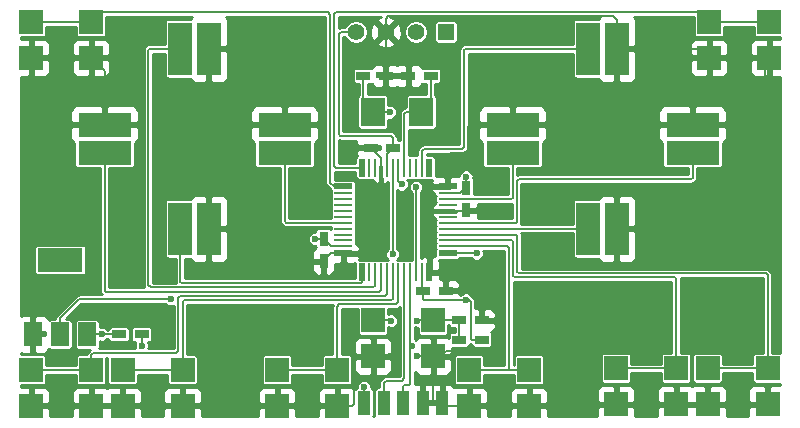
<source format=gtl>
G04 (created by PCBNEW (22-Jun-2014 BZR 4027)-stable) date Wed 20 Dec 2017 04:57:12 PM CST*
%MOIN*%
G04 Gerber Fmt 3.4, Leading zero omitted, Abs format*
%FSLAX34Y34*%
G01*
G70*
G90*
G04 APERTURE LIST*
%ADD10C,0.00393701*%
%ADD11R,0.149606X0.0787402*%
%ADD12R,0.0590551X0.0787402*%
%ADD13R,0.0472441X0.0295276*%
%ADD14R,0.0787402X0.177165*%
%ADD15R,0.177165X0.0787402*%
%ADD16R,0.0787402X0.0944882*%
%ADD17R,0.0295276X0.0472441*%
%ADD18R,0.0787402X0.0787402*%
%ADD19R,0.0393701X0.0787402*%
%ADD20R,0.055X0.055*%
%ADD21C,0.055*%
%ADD22R,0.0110236X0.0590551*%
%ADD23R,0.019685X0.0590551*%
%ADD24R,0.0590551X0.019685*%
%ADD25R,0.0590551X0.0110236*%
%ADD26C,0.023622*%
%ADD27C,0.00708661*%
%ADD28C,0.01*%
G04 APERTURE END LIST*
G54D10*
G54D11*
X88120Y-71439D03*
G54D12*
X88120Y-73920D03*
X89025Y-73920D03*
X87214Y-73920D03*
G54D13*
X102174Y-74100D03*
X101425Y-74100D03*
G54D14*
X93072Y-64400D03*
X92127Y-64400D03*
X106672Y-64400D03*
X105727Y-64400D03*
X106672Y-70400D03*
X105727Y-70400D03*
X93072Y-70400D03*
X92127Y-70400D03*
G54D15*
X109200Y-66927D03*
X109200Y-67872D03*
X95600Y-66927D03*
X95600Y-67872D03*
X89600Y-66927D03*
X89600Y-67872D03*
X103200Y-66927D03*
X103200Y-67872D03*
G54D16*
X98542Y-66500D03*
X100157Y-66500D03*
G54D13*
X100474Y-65300D03*
X99725Y-65300D03*
X98225Y-65300D03*
X98974Y-65300D03*
X101425Y-73450D03*
X102174Y-73450D03*
G54D17*
X96900Y-70725D03*
X96900Y-71474D03*
G54D13*
X99214Y-67700D03*
X98465Y-67700D03*
X100225Y-72460D03*
X100974Y-72460D03*
G54D17*
X101650Y-69025D03*
X101650Y-69774D03*
G54D18*
X98550Y-74650D03*
X98550Y-73450D03*
X100550Y-73450D03*
X100550Y-74650D03*
X87150Y-64700D03*
X87150Y-63500D03*
X89150Y-63500D03*
X89150Y-64700D03*
X109750Y-64700D03*
X109750Y-63500D03*
X111750Y-63500D03*
X111750Y-64700D03*
X95350Y-76300D03*
X95350Y-75100D03*
X97350Y-75100D03*
X97350Y-76300D03*
X101750Y-76300D03*
X101750Y-75100D03*
X103750Y-75100D03*
X103750Y-76300D03*
X109700Y-76250D03*
X109700Y-75050D03*
X111700Y-75050D03*
X111700Y-76250D03*
X106650Y-76250D03*
X106650Y-75050D03*
X108650Y-75050D03*
X108650Y-76250D03*
X87150Y-76300D03*
X87150Y-75100D03*
X89150Y-75100D03*
X89150Y-76300D03*
X90200Y-76300D03*
X90200Y-75100D03*
X92200Y-75100D03*
X92200Y-76300D03*
G54D19*
X98250Y-76200D03*
X98900Y-76200D03*
X99550Y-76200D03*
X100200Y-76200D03*
X100850Y-76200D03*
G54D20*
X100980Y-63840D03*
G54D21*
X99980Y-63840D03*
X98980Y-63840D03*
X97980Y-63840D03*
G54D22*
X99792Y-68357D03*
X99595Y-68357D03*
X99398Y-68357D03*
X99201Y-68357D03*
X99004Y-68357D03*
G54D23*
X100422Y-68357D03*
G54D22*
X100185Y-68357D03*
X99988Y-68357D03*
G54D24*
X97557Y-68977D03*
G54D25*
X97557Y-69214D03*
X97557Y-69411D03*
X97557Y-69607D03*
X97557Y-69804D03*
X97557Y-70001D03*
X97557Y-70198D03*
X97557Y-70395D03*
G54D23*
X98177Y-71842D03*
G54D22*
X98414Y-71842D03*
X98611Y-71842D03*
X98807Y-71842D03*
X99004Y-71842D03*
X99201Y-71842D03*
X99398Y-71842D03*
X99595Y-71842D03*
G54D24*
X101042Y-71222D03*
G54D25*
X101042Y-70985D03*
X101042Y-70788D03*
X101042Y-70592D03*
X101042Y-70395D03*
X101042Y-70198D03*
X101042Y-70001D03*
X101042Y-69804D03*
G54D22*
X98807Y-68357D03*
X98611Y-68357D03*
X98414Y-68357D03*
G54D23*
X98177Y-68357D03*
G54D25*
X97557Y-70592D03*
X97557Y-70788D03*
X97557Y-70985D03*
G54D24*
X97557Y-71222D03*
G54D22*
X99792Y-71842D03*
X99988Y-71842D03*
X100185Y-71842D03*
G54D23*
X100422Y-71842D03*
G54D25*
X101042Y-69607D03*
X101042Y-69411D03*
X101042Y-69214D03*
G54D24*
X101042Y-68977D03*
G54D13*
X90085Y-73920D03*
X90834Y-73920D03*
G54D26*
X101660Y-72760D03*
X101660Y-68660D03*
X96620Y-70740D03*
X91800Y-72740D03*
X89500Y-73920D03*
X98240Y-75680D03*
X98740Y-65280D03*
X98740Y-67700D03*
X97500Y-67700D03*
X89600Y-65500D03*
X95580Y-65500D03*
X87580Y-76300D03*
X87580Y-73920D03*
X100020Y-74640D03*
X99140Y-74640D03*
X99201Y-71238D03*
X100020Y-73460D03*
X99140Y-73460D03*
X102000Y-71220D03*
X99980Y-69020D03*
X90840Y-74300D03*
X99840Y-74300D03*
X99100Y-66520D03*
X99500Y-68920D03*
G54D27*
X101660Y-72760D02*
X101660Y-72780D01*
X101660Y-72780D02*
X101660Y-72760D01*
X101660Y-72760D02*
X101660Y-72780D01*
X101650Y-68670D02*
X101650Y-69025D01*
X101660Y-68660D02*
X101650Y-68670D01*
X96634Y-70725D02*
X96900Y-70725D01*
X96620Y-70740D02*
X96634Y-70725D01*
X88120Y-73920D02*
X88120Y-73380D01*
X88760Y-72740D02*
X91800Y-72740D01*
X88120Y-73380D02*
X88760Y-72740D01*
X99214Y-67700D02*
X99214Y-67374D01*
X97480Y-63840D02*
X97980Y-63840D01*
X97401Y-63918D02*
X97480Y-63840D01*
X97401Y-67240D02*
X97401Y-63918D01*
X97461Y-67300D02*
X97401Y-67240D01*
X99140Y-67300D02*
X97461Y-67300D01*
X99214Y-67374D02*
X99140Y-67300D01*
X99004Y-68357D02*
X99004Y-67909D01*
X99004Y-67909D02*
X99214Y-67700D01*
X101042Y-69214D02*
X101461Y-69214D01*
X101461Y-69214D02*
X101650Y-69025D01*
X97557Y-70985D02*
X97159Y-70985D01*
X97159Y-70985D02*
X96900Y-70725D01*
X102174Y-74100D02*
X101840Y-74100D01*
X100225Y-72745D02*
X100225Y-72460D01*
X100260Y-72780D02*
X100225Y-72745D01*
X101740Y-72780D02*
X101660Y-72780D01*
X101660Y-72780D02*
X100260Y-72780D01*
X101800Y-72840D02*
X101740Y-72780D01*
X101800Y-74060D02*
X101800Y-72840D01*
X101840Y-74100D02*
X101800Y-74060D01*
X100185Y-71842D02*
X100185Y-72419D01*
X100185Y-72419D02*
X100225Y-72460D01*
X90085Y-73920D02*
X89500Y-73920D01*
X89500Y-73920D02*
X89499Y-73920D01*
X89025Y-73920D02*
X89499Y-73920D01*
X98250Y-75690D02*
X98240Y-75680D01*
X98250Y-75690D02*
X98250Y-76200D01*
X103260Y-70198D02*
X103301Y-70198D01*
X103341Y-70158D02*
X103341Y-68860D01*
X103301Y-70198D02*
X103341Y-70158D01*
X103341Y-70080D02*
X103341Y-68860D01*
X103341Y-68860D02*
X103341Y-68798D01*
X109200Y-67872D02*
X109200Y-68700D01*
X103341Y-68798D02*
X103400Y-68740D01*
X103400Y-68740D02*
X109160Y-68740D01*
X109160Y-68740D02*
X109200Y-68700D01*
X101042Y-70198D02*
X103260Y-70198D01*
X103260Y-70198D02*
X103261Y-70198D01*
X101042Y-70395D02*
X105722Y-70395D01*
X105722Y-70395D02*
X105727Y-70400D01*
X101042Y-70592D02*
X103312Y-70592D01*
X111700Y-71940D02*
X111700Y-75050D01*
X111640Y-71880D02*
X111700Y-71940D01*
X103400Y-71880D02*
X111640Y-71880D01*
X103360Y-71840D02*
X103400Y-71880D01*
X103360Y-70640D02*
X103360Y-71840D01*
X103312Y-70592D02*
X103360Y-70640D01*
X111700Y-75050D02*
X109700Y-75050D01*
X103218Y-70880D02*
X103218Y-70838D01*
X103128Y-70788D02*
X101042Y-70788D01*
X103168Y-70788D02*
X103128Y-70788D01*
X103218Y-70838D02*
X103168Y-70788D01*
X108650Y-75050D02*
X108650Y-72071D01*
X103218Y-71958D02*
X103218Y-70880D01*
X103218Y-70880D02*
X103218Y-70878D01*
X103281Y-72021D02*
X103218Y-71958D01*
X108600Y-72021D02*
X103281Y-72021D01*
X108650Y-72071D02*
X108600Y-72021D01*
X108650Y-75050D02*
X106650Y-75050D01*
X98900Y-72636D02*
X98943Y-72636D01*
X89150Y-74610D02*
X89220Y-74540D01*
X89220Y-74540D02*
X91978Y-74540D01*
X91978Y-74540D02*
X92058Y-74460D01*
X92058Y-74460D02*
X92058Y-72701D01*
X92058Y-72701D02*
X92123Y-72636D01*
X92123Y-72636D02*
X98900Y-72636D01*
X99004Y-71842D02*
X99004Y-72531D01*
X89150Y-74610D02*
X89150Y-75100D01*
X99004Y-72575D02*
X99004Y-72531D01*
X98943Y-72636D02*
X99004Y-72575D01*
X87150Y-75100D02*
X89150Y-75100D01*
X92200Y-72980D02*
X92200Y-72840D01*
X92401Y-72778D02*
X99161Y-72778D01*
X99161Y-72778D02*
X99201Y-72738D01*
X99201Y-71842D02*
X99201Y-72738D01*
X92200Y-72980D02*
X92200Y-75100D01*
X92261Y-72778D02*
X92401Y-72778D01*
X92200Y-72840D02*
X92261Y-72778D01*
X92200Y-75100D02*
X90200Y-75100D01*
X98177Y-71842D02*
X98177Y-72173D01*
X92127Y-72167D02*
X92127Y-70400D01*
X92171Y-72211D02*
X92127Y-72167D01*
X98140Y-72211D02*
X92171Y-72211D01*
X98177Y-72173D02*
X98140Y-72211D01*
X106650Y-76250D02*
X108650Y-76250D01*
X106541Y-63321D02*
X106672Y-63452D01*
X106540Y-63321D02*
X106541Y-63321D01*
X98980Y-63840D02*
X98980Y-63401D01*
X106672Y-63452D02*
X106672Y-64400D01*
X99060Y-63321D02*
X106540Y-63321D01*
X98980Y-63401D02*
X99060Y-63321D01*
X100550Y-74650D02*
X100810Y-74650D01*
X102890Y-73450D02*
X102174Y-73450D01*
X102934Y-73494D02*
X102890Y-73450D01*
X102934Y-74400D02*
X102934Y-73494D01*
X102854Y-74480D02*
X102934Y-74400D01*
X100980Y-74480D02*
X102854Y-74480D01*
X100810Y-74650D02*
X100980Y-74480D01*
X106672Y-70400D02*
X111520Y-70400D01*
X111600Y-64850D02*
X111750Y-64700D01*
X111600Y-70320D02*
X111600Y-64850D01*
X111520Y-70400D02*
X111600Y-70320D01*
X98465Y-67700D02*
X98740Y-67700D01*
X98760Y-65300D02*
X98974Y-65300D01*
X98740Y-65280D02*
X98760Y-65300D01*
X97500Y-67700D02*
X98465Y-67700D01*
X100422Y-71842D02*
X100422Y-69804D01*
X100420Y-69800D02*
X100420Y-69804D01*
X100420Y-69802D02*
X100420Y-69800D01*
X100422Y-69804D02*
X100420Y-69802D01*
X101042Y-68977D02*
X101042Y-67939D01*
X101774Y-66927D02*
X103200Y-66927D01*
X101721Y-66980D02*
X101774Y-66927D01*
X101721Y-67778D02*
X101721Y-66980D01*
X101618Y-67881D02*
X101721Y-67778D01*
X101100Y-67881D02*
X101618Y-67881D01*
X101042Y-67939D02*
X101100Y-67881D01*
X101042Y-69804D02*
X100420Y-69804D01*
X100420Y-69804D02*
X100304Y-69804D01*
X100304Y-69804D02*
X100240Y-69740D01*
X100240Y-69740D02*
X100240Y-69040D01*
X100240Y-69040D02*
X100302Y-68977D01*
X100302Y-68977D02*
X101042Y-68977D01*
X98720Y-71222D02*
X98737Y-71222D01*
X97557Y-71222D02*
X98720Y-71222D01*
X98807Y-71112D02*
X98807Y-68357D01*
X98807Y-71152D02*
X98807Y-71112D01*
X98737Y-71222D02*
X98807Y-71152D01*
X95580Y-65500D02*
X95600Y-65500D01*
X95600Y-65500D02*
X95580Y-65500D01*
X95580Y-65500D02*
X95600Y-65500D01*
X87214Y-73920D02*
X87579Y-73920D01*
X87579Y-73920D02*
X87580Y-73920D01*
X106672Y-64400D02*
X106672Y-66927D01*
X106672Y-64400D02*
X109450Y-64400D01*
X109450Y-64400D02*
X109750Y-64700D01*
X103200Y-66927D02*
X106680Y-66927D01*
X106680Y-66927D02*
X109200Y-66927D01*
X98980Y-63840D02*
X98980Y-65294D01*
X98980Y-65294D02*
X98974Y-65300D01*
X100550Y-74650D02*
X100550Y-76200D01*
X98550Y-74650D02*
X99130Y-74650D01*
X100030Y-74650D02*
X100550Y-74650D01*
X100020Y-74640D02*
X100030Y-74650D01*
X99130Y-74650D02*
X99140Y-74640D01*
X98807Y-68357D02*
X98807Y-68041D01*
X98807Y-68041D02*
X98465Y-67700D01*
X98974Y-65300D02*
X99725Y-65300D01*
X101042Y-69804D02*
X101619Y-69804D01*
X101619Y-69804D02*
X101650Y-69774D01*
X97557Y-71222D02*
X97151Y-71222D01*
X97151Y-71222D02*
X96900Y-71474D01*
X95600Y-66927D02*
X93072Y-66927D01*
X93080Y-66940D02*
X93072Y-66940D01*
X93080Y-66935D02*
X93080Y-66940D01*
X93072Y-66927D02*
X93080Y-66935D01*
X93072Y-70400D02*
X93072Y-66940D01*
X93072Y-66940D02*
X93072Y-64400D01*
X93072Y-64400D02*
X95560Y-64400D01*
X95600Y-64440D02*
X95600Y-65500D01*
X95600Y-65500D02*
X95600Y-66927D01*
X95560Y-64400D02*
X95600Y-64440D01*
X89600Y-66927D02*
X89600Y-65500D01*
X89600Y-65500D02*
X89600Y-65150D01*
X89600Y-65150D02*
X89150Y-64700D01*
X97350Y-76300D02*
X97840Y-76300D01*
X97990Y-74650D02*
X98550Y-74650D01*
X97900Y-74740D02*
X97990Y-74650D01*
X97900Y-76240D02*
X97900Y-74740D01*
X97840Y-76300D02*
X97900Y-76240D01*
X100974Y-72460D02*
X100974Y-71842D01*
X100980Y-71860D02*
X100980Y-71842D01*
X100980Y-71848D02*
X100980Y-71860D01*
X100974Y-71842D02*
X100980Y-71848D01*
X100422Y-71842D02*
X100980Y-71842D01*
X100980Y-71842D02*
X102102Y-71842D01*
X102102Y-71842D02*
X102174Y-71914D01*
X102174Y-71914D02*
X102174Y-73450D01*
X109750Y-64700D02*
X111750Y-64700D01*
X87150Y-64700D02*
X89150Y-64700D01*
X100200Y-76200D02*
X100560Y-76200D01*
X100560Y-76200D02*
X100850Y-76200D01*
X100850Y-76200D02*
X100950Y-76300D01*
X100950Y-76300D02*
X101750Y-76300D01*
X101750Y-76300D02*
X103750Y-76300D01*
X103750Y-76300D02*
X103800Y-76250D01*
X103800Y-76250D02*
X108650Y-76250D01*
X108650Y-76250D02*
X109700Y-76250D01*
X109700Y-76250D02*
X111700Y-76250D01*
X87150Y-76300D02*
X87580Y-76300D01*
X87580Y-76300D02*
X89150Y-76300D01*
X89150Y-76300D02*
X90200Y-76300D01*
X90200Y-76300D02*
X92200Y-76300D01*
X92200Y-76300D02*
X95350Y-76300D01*
X95350Y-76300D02*
X97350Y-76300D01*
X97557Y-68977D02*
X97237Y-68977D01*
X89470Y-63180D02*
X89150Y-63500D01*
X97040Y-63180D02*
X89470Y-63180D01*
X97118Y-63258D02*
X97040Y-63180D01*
X97118Y-68858D02*
X97118Y-63258D01*
X97237Y-68977D02*
X97118Y-68858D01*
X87150Y-63500D02*
X89150Y-63500D01*
X89760Y-72494D02*
X89634Y-72494D01*
X89600Y-72340D02*
X89600Y-67872D01*
X89600Y-72460D02*
X89600Y-72340D01*
X89634Y-72494D02*
X89600Y-72460D01*
X98807Y-71842D02*
X98807Y-72426D01*
X98740Y-72494D02*
X89760Y-72494D01*
X89760Y-72494D02*
X89754Y-72494D01*
X98807Y-72426D02*
X98740Y-72494D01*
X98177Y-68357D02*
X97317Y-68357D01*
X109430Y-63180D02*
X109750Y-63500D01*
X97320Y-63180D02*
X109430Y-63180D01*
X97260Y-63240D02*
X97320Y-63180D01*
X97260Y-68300D02*
X97260Y-63240D01*
X97317Y-68357D02*
X97260Y-68300D01*
X109750Y-63500D02*
X111750Y-63500D01*
X97557Y-70198D02*
X95658Y-70198D01*
X95600Y-70140D02*
X95600Y-67872D01*
X95658Y-70198D02*
X95600Y-70140D01*
X99201Y-71238D02*
X99201Y-68357D01*
X100030Y-73450D02*
X100550Y-73450D01*
X100020Y-73460D02*
X100030Y-73450D01*
X99130Y-73450D02*
X98550Y-73450D01*
X99140Y-73460D02*
X99130Y-73450D01*
X101425Y-74100D02*
X101425Y-73450D01*
X101425Y-73450D02*
X100550Y-73450D01*
X97350Y-75100D02*
X97350Y-72990D01*
X99398Y-72841D02*
X99398Y-71842D01*
X99320Y-72920D02*
X99398Y-72841D01*
X97420Y-72920D02*
X99320Y-72920D01*
X97350Y-72990D02*
X97420Y-72920D01*
X95350Y-75100D02*
X97350Y-75100D01*
X101042Y-70985D02*
X103022Y-70985D01*
X103076Y-75100D02*
X103080Y-75100D01*
X103076Y-71040D02*
X103076Y-75100D01*
X103022Y-70985D02*
X103076Y-71040D01*
X103750Y-75100D02*
X103080Y-75100D01*
X103080Y-75100D02*
X101750Y-75100D01*
X101997Y-71222D02*
X102000Y-71220D01*
X101997Y-71222D02*
X101042Y-71222D01*
X99988Y-71842D02*
X99988Y-69028D01*
X99988Y-69028D02*
X99980Y-69020D01*
X98611Y-71842D02*
X98611Y-72302D01*
X91100Y-64400D02*
X92127Y-64400D01*
X91060Y-64440D02*
X91100Y-64400D01*
X91060Y-72280D02*
X91060Y-64440D01*
X91133Y-72353D02*
X91060Y-72280D01*
X98560Y-72353D02*
X91133Y-72353D01*
X98611Y-72302D02*
X98560Y-72353D01*
X99520Y-75458D02*
X99521Y-75458D01*
X98900Y-75540D02*
X98981Y-75458D01*
X98981Y-75458D02*
X99520Y-75458D01*
X99595Y-71842D02*
X99595Y-75364D01*
X98900Y-75540D02*
X98900Y-76200D01*
X99595Y-75384D02*
X99595Y-75364D01*
X99521Y-75458D02*
X99595Y-75384D01*
X90834Y-74294D02*
X90840Y-74300D01*
X90834Y-73920D02*
X90834Y-74294D01*
X99840Y-74300D02*
X99792Y-74300D01*
X99792Y-74300D02*
X99800Y-74300D01*
X99800Y-74300D02*
X99792Y-74300D01*
X99720Y-75600D02*
X99760Y-75600D01*
X99550Y-75650D02*
X99600Y-75600D01*
X99600Y-75600D02*
X99720Y-75600D01*
X99792Y-71842D02*
X99792Y-74300D01*
X99792Y-74300D02*
X99792Y-75527D01*
X99550Y-75650D02*
X99550Y-76200D01*
X99792Y-75567D02*
X99792Y-75527D01*
X99760Y-75600D02*
X99792Y-75567D01*
X101580Y-64500D02*
X101580Y-64440D01*
X100185Y-67794D02*
X100240Y-67740D01*
X100240Y-67740D02*
X101520Y-67740D01*
X101520Y-67740D02*
X101580Y-67680D01*
X101580Y-67680D02*
X101580Y-64500D01*
X100185Y-68357D02*
X100185Y-67794D01*
X101620Y-64400D02*
X101780Y-64400D01*
X101580Y-64440D02*
X101620Y-64400D01*
X101680Y-64400D02*
X101780Y-64400D01*
X101780Y-64400D02*
X105727Y-64400D01*
X100474Y-65300D02*
X100474Y-66183D01*
X100474Y-66183D02*
X100157Y-66500D01*
X99595Y-68357D02*
X99595Y-66564D01*
X99660Y-66500D02*
X100157Y-66500D01*
X99595Y-66564D02*
X99660Y-66500D01*
X98225Y-65300D02*
X98225Y-66183D01*
X98225Y-66183D02*
X98542Y-66500D01*
X99398Y-68357D02*
X99398Y-68818D01*
X99080Y-66500D02*
X98542Y-66500D01*
X99100Y-66520D02*
X99080Y-66500D01*
X99398Y-68818D02*
X99500Y-68920D01*
X101042Y-69411D02*
X103148Y-69411D01*
X103200Y-69360D02*
X103200Y-67872D01*
X103148Y-69411D02*
X103200Y-69360D01*
G54D10*
G36*
X92503Y-63336D02*
X92466Y-63372D01*
X92458Y-63393D01*
X91709Y-63393D01*
X91665Y-63411D01*
X91631Y-63445D01*
X91613Y-63490D01*
X91612Y-63538D01*
X91612Y-64243D01*
X91100Y-64243D01*
X91040Y-64255D01*
X90989Y-64289D01*
X90949Y-64329D01*
X90915Y-64380D01*
X90903Y-64440D01*
X90903Y-72280D01*
X90915Y-72338D01*
X89760Y-72338D01*
X89756Y-72338D01*
X89756Y-68387D01*
X90509Y-68387D01*
X90554Y-68368D01*
X90588Y-68334D01*
X90606Y-68290D01*
X90606Y-68242D01*
X90606Y-67541D01*
X90627Y-67533D01*
X90697Y-67463D01*
X90735Y-67371D01*
X90735Y-67271D01*
X90735Y-66583D01*
X90735Y-66483D01*
X90697Y-66392D01*
X90627Y-66321D01*
X90535Y-66283D01*
X89793Y-66283D01*
X89793Y-65044D01*
X89793Y-64355D01*
X89793Y-64256D01*
X89755Y-64164D01*
X89685Y-64094D01*
X89593Y-64056D01*
X89262Y-64056D01*
X89200Y-64118D01*
X89200Y-64650D01*
X89731Y-64650D01*
X89793Y-64587D01*
X89793Y-64355D01*
X89793Y-65044D01*
X89793Y-64812D01*
X89731Y-64750D01*
X89200Y-64750D01*
X89200Y-65281D01*
X89262Y-65343D01*
X89593Y-65343D01*
X89685Y-65305D01*
X89755Y-65235D01*
X89793Y-65143D01*
X89793Y-65044D01*
X89793Y-66283D01*
X89712Y-66283D01*
X89650Y-66346D01*
X89650Y-66877D01*
X90673Y-66877D01*
X90735Y-66815D01*
X90735Y-66583D01*
X90735Y-67271D01*
X90735Y-67040D01*
X90673Y-66977D01*
X89650Y-66977D01*
X89650Y-66985D01*
X89550Y-66985D01*
X89550Y-66977D01*
X89550Y-66877D01*
X89550Y-66346D01*
X89487Y-66283D01*
X89100Y-66283D01*
X89100Y-65281D01*
X89100Y-64750D01*
X89100Y-64650D01*
X89100Y-64118D01*
X89037Y-64056D01*
X88706Y-64056D01*
X88614Y-64094D01*
X88544Y-64164D01*
X88506Y-64256D01*
X88506Y-64355D01*
X88506Y-64587D01*
X88568Y-64650D01*
X89100Y-64650D01*
X89100Y-64750D01*
X88568Y-64750D01*
X88506Y-64812D01*
X88506Y-65044D01*
X88506Y-65143D01*
X88544Y-65235D01*
X88614Y-65305D01*
X88706Y-65343D01*
X89037Y-65343D01*
X89100Y-65281D01*
X89100Y-66283D01*
X88664Y-66283D01*
X88572Y-66321D01*
X88502Y-66392D01*
X88464Y-66483D01*
X88464Y-66583D01*
X88464Y-66815D01*
X88526Y-66877D01*
X89550Y-66877D01*
X89550Y-66977D01*
X88526Y-66977D01*
X88464Y-67040D01*
X88464Y-67271D01*
X88464Y-67371D01*
X88502Y-67463D01*
X88572Y-67533D01*
X88593Y-67541D01*
X88593Y-68290D01*
X88611Y-68334D01*
X88645Y-68368D01*
X88690Y-68386D01*
X88738Y-68387D01*
X89443Y-68387D01*
X89443Y-72340D01*
X89443Y-72460D01*
X89455Y-72519D01*
X89489Y-72570D01*
X89502Y-72583D01*
X88988Y-72583D01*
X88988Y-71809D01*
X88988Y-71022D01*
X88970Y-70977D01*
X88936Y-70943D01*
X88892Y-70925D01*
X88844Y-70925D01*
X87793Y-70925D01*
X87793Y-65044D01*
X87793Y-64355D01*
X87793Y-64256D01*
X87755Y-64164D01*
X87685Y-64094D01*
X87593Y-64056D01*
X87262Y-64056D01*
X87200Y-64118D01*
X87200Y-64650D01*
X87731Y-64650D01*
X87793Y-64587D01*
X87793Y-64355D01*
X87793Y-65044D01*
X87793Y-64812D01*
X87731Y-64750D01*
X87200Y-64750D01*
X87200Y-65281D01*
X87262Y-65343D01*
X87593Y-65343D01*
X87685Y-65305D01*
X87755Y-65235D01*
X87793Y-65143D01*
X87793Y-65044D01*
X87793Y-70925D01*
X87348Y-70925D01*
X87303Y-70943D01*
X87269Y-70977D01*
X87251Y-71021D01*
X87251Y-71070D01*
X87251Y-71857D01*
X87269Y-71901D01*
X87303Y-71935D01*
X87347Y-71954D01*
X87395Y-71954D01*
X88891Y-71954D01*
X88936Y-71936D01*
X88970Y-71902D01*
X88988Y-71857D01*
X88988Y-71809D01*
X88988Y-72583D01*
X88760Y-72583D01*
X88700Y-72595D01*
X88683Y-72606D01*
X88649Y-72629D01*
X88009Y-73269D01*
X87975Y-73320D01*
X87963Y-73380D01*
X87963Y-73405D01*
X87800Y-73405D01*
X87756Y-73423D01*
X87743Y-73436D01*
X87721Y-73385D01*
X87651Y-73314D01*
X87559Y-73276D01*
X87460Y-73276D01*
X87326Y-73276D01*
X87264Y-73338D01*
X87264Y-73870D01*
X87272Y-73870D01*
X87272Y-73970D01*
X87264Y-73970D01*
X87264Y-74501D01*
X87326Y-74563D01*
X87460Y-74563D01*
X87559Y-74563D01*
X87651Y-74525D01*
X87721Y-74455D01*
X87743Y-74403D01*
X87756Y-74416D01*
X87800Y-74434D01*
X87848Y-74434D01*
X88439Y-74434D01*
X88483Y-74416D01*
X88517Y-74382D01*
X88536Y-74338D01*
X88536Y-74289D01*
X88536Y-73502D01*
X88517Y-73458D01*
X88483Y-73424D01*
X88439Y-73405D01*
X88391Y-73405D01*
X88315Y-73405D01*
X88824Y-72896D01*
X91618Y-72896D01*
X91664Y-72942D01*
X91752Y-72978D01*
X91847Y-72979D01*
X91901Y-72956D01*
X91901Y-74383D01*
X91064Y-74383D01*
X91078Y-74347D01*
X91079Y-74252D01*
X91052Y-74188D01*
X91094Y-74188D01*
X91138Y-74170D01*
X91172Y-74136D01*
X91191Y-74091D01*
X91191Y-74043D01*
X91191Y-73748D01*
X91172Y-73703D01*
X91138Y-73669D01*
X91094Y-73651D01*
X91046Y-73651D01*
X90573Y-73651D01*
X90529Y-73669D01*
X90495Y-73703D01*
X90476Y-73748D01*
X90476Y-73796D01*
X90476Y-74091D01*
X90495Y-74136D01*
X90529Y-74170D01*
X90573Y-74188D01*
X90621Y-74188D01*
X90627Y-74188D01*
X90601Y-74252D01*
X90600Y-74347D01*
X90616Y-74383D01*
X89421Y-74383D01*
X89423Y-74382D01*
X89441Y-74338D01*
X89441Y-74289D01*
X89441Y-74154D01*
X89452Y-74158D01*
X89547Y-74159D01*
X89635Y-74122D01*
X89681Y-74076D01*
X89728Y-74076D01*
X89728Y-74091D01*
X89747Y-74136D01*
X89781Y-74170D01*
X89825Y-74188D01*
X89873Y-74188D01*
X90346Y-74188D01*
X90390Y-74170D01*
X90424Y-74136D01*
X90443Y-74091D01*
X90443Y-74043D01*
X90443Y-73748D01*
X90424Y-73703D01*
X90390Y-73669D01*
X90346Y-73651D01*
X90298Y-73651D01*
X89825Y-73651D01*
X89781Y-73669D01*
X89747Y-73703D01*
X89728Y-73748D01*
X89728Y-73763D01*
X89681Y-73763D01*
X89635Y-73717D01*
X89547Y-73681D01*
X89452Y-73680D01*
X89441Y-73685D01*
X89441Y-73502D01*
X89423Y-73458D01*
X89389Y-73424D01*
X89344Y-73405D01*
X89296Y-73405D01*
X88706Y-73405D01*
X88661Y-73423D01*
X88627Y-73457D01*
X88609Y-73502D01*
X88609Y-73550D01*
X88609Y-74337D01*
X88627Y-74382D01*
X88661Y-74416D01*
X88706Y-74434D01*
X88754Y-74434D01*
X89104Y-74434D01*
X89039Y-74499D01*
X89005Y-74550D01*
X88998Y-74585D01*
X88732Y-74585D01*
X88687Y-74603D01*
X88653Y-74637D01*
X88635Y-74682D01*
X88635Y-74730D01*
X88635Y-74943D01*
X87664Y-74943D01*
X87664Y-74682D01*
X87646Y-74637D01*
X87612Y-74603D01*
X87567Y-74585D01*
X87519Y-74585D01*
X86800Y-74585D01*
X86800Y-74535D01*
X86869Y-74563D01*
X86968Y-74563D01*
X87101Y-74563D01*
X87164Y-74501D01*
X87164Y-73970D01*
X87156Y-73970D01*
X87156Y-73870D01*
X87164Y-73870D01*
X87164Y-73338D01*
X87101Y-73276D01*
X86968Y-73276D01*
X86869Y-73276D01*
X86800Y-73305D01*
X86800Y-65343D01*
X87037Y-65343D01*
X87100Y-65281D01*
X87100Y-64750D01*
X87092Y-64750D01*
X87092Y-64650D01*
X87100Y-64650D01*
X87100Y-64118D01*
X87037Y-64056D01*
X86800Y-64056D01*
X86800Y-64014D01*
X87567Y-64014D01*
X87612Y-63996D01*
X87646Y-63962D01*
X87664Y-63917D01*
X87664Y-63869D01*
X87664Y-63656D01*
X88635Y-63656D01*
X88635Y-63917D01*
X88653Y-63962D01*
X88687Y-63996D01*
X88732Y-64014D01*
X88780Y-64014D01*
X89567Y-64014D01*
X89612Y-63996D01*
X89646Y-63962D01*
X89664Y-63917D01*
X89664Y-63869D01*
X89664Y-63336D01*
X92503Y-63336D01*
X92503Y-63336D01*
G37*
G54D28*
X92503Y-63336D02*
X92466Y-63372D01*
X92458Y-63393D01*
X91709Y-63393D01*
X91665Y-63411D01*
X91631Y-63445D01*
X91613Y-63490D01*
X91612Y-63538D01*
X91612Y-64243D01*
X91100Y-64243D01*
X91040Y-64255D01*
X90989Y-64289D01*
X90949Y-64329D01*
X90915Y-64380D01*
X90903Y-64440D01*
X90903Y-72280D01*
X90915Y-72338D01*
X89760Y-72338D01*
X89756Y-72338D01*
X89756Y-68387D01*
X90509Y-68387D01*
X90554Y-68368D01*
X90588Y-68334D01*
X90606Y-68290D01*
X90606Y-68242D01*
X90606Y-67541D01*
X90627Y-67533D01*
X90697Y-67463D01*
X90735Y-67371D01*
X90735Y-67271D01*
X90735Y-66583D01*
X90735Y-66483D01*
X90697Y-66392D01*
X90627Y-66321D01*
X90535Y-66283D01*
X89793Y-66283D01*
X89793Y-65044D01*
X89793Y-64355D01*
X89793Y-64256D01*
X89755Y-64164D01*
X89685Y-64094D01*
X89593Y-64056D01*
X89262Y-64056D01*
X89200Y-64118D01*
X89200Y-64650D01*
X89731Y-64650D01*
X89793Y-64587D01*
X89793Y-64355D01*
X89793Y-65044D01*
X89793Y-64812D01*
X89731Y-64750D01*
X89200Y-64750D01*
X89200Y-65281D01*
X89262Y-65343D01*
X89593Y-65343D01*
X89685Y-65305D01*
X89755Y-65235D01*
X89793Y-65143D01*
X89793Y-65044D01*
X89793Y-66283D01*
X89712Y-66283D01*
X89650Y-66346D01*
X89650Y-66877D01*
X90673Y-66877D01*
X90735Y-66815D01*
X90735Y-66583D01*
X90735Y-67271D01*
X90735Y-67040D01*
X90673Y-66977D01*
X89650Y-66977D01*
X89650Y-66985D01*
X89550Y-66985D01*
X89550Y-66977D01*
X89550Y-66877D01*
X89550Y-66346D01*
X89487Y-66283D01*
X89100Y-66283D01*
X89100Y-65281D01*
X89100Y-64750D01*
X89100Y-64650D01*
X89100Y-64118D01*
X89037Y-64056D01*
X88706Y-64056D01*
X88614Y-64094D01*
X88544Y-64164D01*
X88506Y-64256D01*
X88506Y-64355D01*
X88506Y-64587D01*
X88568Y-64650D01*
X89100Y-64650D01*
X89100Y-64750D01*
X88568Y-64750D01*
X88506Y-64812D01*
X88506Y-65044D01*
X88506Y-65143D01*
X88544Y-65235D01*
X88614Y-65305D01*
X88706Y-65343D01*
X89037Y-65343D01*
X89100Y-65281D01*
X89100Y-66283D01*
X88664Y-66283D01*
X88572Y-66321D01*
X88502Y-66392D01*
X88464Y-66483D01*
X88464Y-66583D01*
X88464Y-66815D01*
X88526Y-66877D01*
X89550Y-66877D01*
X89550Y-66977D01*
X88526Y-66977D01*
X88464Y-67040D01*
X88464Y-67271D01*
X88464Y-67371D01*
X88502Y-67463D01*
X88572Y-67533D01*
X88593Y-67541D01*
X88593Y-68290D01*
X88611Y-68334D01*
X88645Y-68368D01*
X88690Y-68386D01*
X88738Y-68387D01*
X89443Y-68387D01*
X89443Y-72340D01*
X89443Y-72460D01*
X89455Y-72519D01*
X89489Y-72570D01*
X89502Y-72583D01*
X88988Y-72583D01*
X88988Y-71809D01*
X88988Y-71022D01*
X88970Y-70977D01*
X88936Y-70943D01*
X88892Y-70925D01*
X88844Y-70925D01*
X87793Y-70925D01*
X87793Y-65044D01*
X87793Y-64355D01*
X87793Y-64256D01*
X87755Y-64164D01*
X87685Y-64094D01*
X87593Y-64056D01*
X87262Y-64056D01*
X87200Y-64118D01*
X87200Y-64650D01*
X87731Y-64650D01*
X87793Y-64587D01*
X87793Y-64355D01*
X87793Y-65044D01*
X87793Y-64812D01*
X87731Y-64750D01*
X87200Y-64750D01*
X87200Y-65281D01*
X87262Y-65343D01*
X87593Y-65343D01*
X87685Y-65305D01*
X87755Y-65235D01*
X87793Y-65143D01*
X87793Y-65044D01*
X87793Y-70925D01*
X87348Y-70925D01*
X87303Y-70943D01*
X87269Y-70977D01*
X87251Y-71021D01*
X87251Y-71070D01*
X87251Y-71857D01*
X87269Y-71901D01*
X87303Y-71935D01*
X87347Y-71954D01*
X87395Y-71954D01*
X88891Y-71954D01*
X88936Y-71936D01*
X88970Y-71902D01*
X88988Y-71857D01*
X88988Y-71809D01*
X88988Y-72583D01*
X88760Y-72583D01*
X88700Y-72595D01*
X88683Y-72606D01*
X88649Y-72629D01*
X88009Y-73269D01*
X87975Y-73320D01*
X87963Y-73380D01*
X87963Y-73405D01*
X87800Y-73405D01*
X87756Y-73423D01*
X87743Y-73436D01*
X87721Y-73385D01*
X87651Y-73314D01*
X87559Y-73276D01*
X87460Y-73276D01*
X87326Y-73276D01*
X87264Y-73338D01*
X87264Y-73870D01*
X87272Y-73870D01*
X87272Y-73970D01*
X87264Y-73970D01*
X87264Y-74501D01*
X87326Y-74563D01*
X87460Y-74563D01*
X87559Y-74563D01*
X87651Y-74525D01*
X87721Y-74455D01*
X87743Y-74403D01*
X87756Y-74416D01*
X87800Y-74434D01*
X87848Y-74434D01*
X88439Y-74434D01*
X88483Y-74416D01*
X88517Y-74382D01*
X88536Y-74338D01*
X88536Y-74289D01*
X88536Y-73502D01*
X88517Y-73458D01*
X88483Y-73424D01*
X88439Y-73405D01*
X88391Y-73405D01*
X88315Y-73405D01*
X88824Y-72896D01*
X91618Y-72896D01*
X91664Y-72942D01*
X91752Y-72978D01*
X91847Y-72979D01*
X91901Y-72956D01*
X91901Y-74383D01*
X91064Y-74383D01*
X91078Y-74347D01*
X91079Y-74252D01*
X91052Y-74188D01*
X91094Y-74188D01*
X91138Y-74170D01*
X91172Y-74136D01*
X91191Y-74091D01*
X91191Y-74043D01*
X91191Y-73748D01*
X91172Y-73703D01*
X91138Y-73669D01*
X91094Y-73651D01*
X91046Y-73651D01*
X90573Y-73651D01*
X90529Y-73669D01*
X90495Y-73703D01*
X90476Y-73748D01*
X90476Y-73796D01*
X90476Y-74091D01*
X90495Y-74136D01*
X90529Y-74170D01*
X90573Y-74188D01*
X90621Y-74188D01*
X90627Y-74188D01*
X90601Y-74252D01*
X90600Y-74347D01*
X90616Y-74383D01*
X89421Y-74383D01*
X89423Y-74382D01*
X89441Y-74338D01*
X89441Y-74289D01*
X89441Y-74154D01*
X89452Y-74158D01*
X89547Y-74159D01*
X89635Y-74122D01*
X89681Y-74076D01*
X89728Y-74076D01*
X89728Y-74091D01*
X89747Y-74136D01*
X89781Y-74170D01*
X89825Y-74188D01*
X89873Y-74188D01*
X90346Y-74188D01*
X90390Y-74170D01*
X90424Y-74136D01*
X90443Y-74091D01*
X90443Y-74043D01*
X90443Y-73748D01*
X90424Y-73703D01*
X90390Y-73669D01*
X90346Y-73651D01*
X90298Y-73651D01*
X89825Y-73651D01*
X89781Y-73669D01*
X89747Y-73703D01*
X89728Y-73748D01*
X89728Y-73763D01*
X89681Y-73763D01*
X89635Y-73717D01*
X89547Y-73681D01*
X89452Y-73680D01*
X89441Y-73685D01*
X89441Y-73502D01*
X89423Y-73458D01*
X89389Y-73424D01*
X89344Y-73405D01*
X89296Y-73405D01*
X88706Y-73405D01*
X88661Y-73423D01*
X88627Y-73457D01*
X88609Y-73502D01*
X88609Y-73550D01*
X88609Y-74337D01*
X88627Y-74382D01*
X88661Y-74416D01*
X88706Y-74434D01*
X88754Y-74434D01*
X89104Y-74434D01*
X89039Y-74499D01*
X89005Y-74550D01*
X88998Y-74585D01*
X88732Y-74585D01*
X88687Y-74603D01*
X88653Y-74637D01*
X88635Y-74682D01*
X88635Y-74730D01*
X88635Y-74943D01*
X87664Y-74943D01*
X87664Y-74682D01*
X87646Y-74637D01*
X87612Y-74603D01*
X87567Y-74585D01*
X87519Y-74585D01*
X86800Y-74585D01*
X86800Y-74535D01*
X86869Y-74563D01*
X86968Y-74563D01*
X87101Y-74563D01*
X87164Y-74501D01*
X87164Y-73970D01*
X87156Y-73970D01*
X87156Y-73870D01*
X87164Y-73870D01*
X87164Y-73338D01*
X87101Y-73276D01*
X86968Y-73276D01*
X86869Y-73276D01*
X86800Y-73305D01*
X86800Y-65343D01*
X87037Y-65343D01*
X87100Y-65281D01*
X87100Y-64750D01*
X87092Y-64750D01*
X87092Y-64650D01*
X87100Y-64650D01*
X87100Y-64118D01*
X87037Y-64056D01*
X86800Y-64056D01*
X86800Y-64014D01*
X87567Y-64014D01*
X87612Y-63996D01*
X87646Y-63962D01*
X87664Y-63917D01*
X87664Y-63869D01*
X87664Y-63656D01*
X88635Y-63656D01*
X88635Y-63917D01*
X88653Y-63962D01*
X88687Y-63996D01*
X88732Y-64014D01*
X88780Y-64014D01*
X89567Y-64014D01*
X89612Y-63996D01*
X89646Y-63962D01*
X89664Y-63917D01*
X89664Y-63869D01*
X89664Y-63336D01*
X92503Y-63336D01*
G54D10*
G36*
X98523Y-67750D02*
X98515Y-67750D01*
X98515Y-67757D01*
X98415Y-67757D01*
X98415Y-67750D01*
X98042Y-67750D01*
X97979Y-67812D01*
X97979Y-67798D01*
X97979Y-67897D01*
X98007Y-67963D01*
X97977Y-67994D01*
X97958Y-68038D01*
X97958Y-68086D01*
X97958Y-68201D01*
X97416Y-68201D01*
X97416Y-67447D01*
X97461Y-67456D01*
X97998Y-67456D01*
X97979Y-67502D01*
X97979Y-67601D01*
X97979Y-67587D01*
X98042Y-67650D01*
X98415Y-67650D01*
X98415Y-67642D01*
X98515Y-67642D01*
X98515Y-67650D01*
X98523Y-67650D01*
X98523Y-67750D01*
X98523Y-67750D01*
G37*
G54D28*
X98523Y-67750D02*
X98515Y-67750D01*
X98515Y-67757D01*
X98415Y-67757D01*
X98415Y-67750D01*
X98042Y-67750D01*
X97979Y-67812D01*
X97979Y-67798D01*
X97979Y-67897D01*
X98007Y-67963D01*
X97977Y-67994D01*
X97958Y-68038D01*
X97958Y-68086D01*
X97958Y-68201D01*
X97416Y-68201D01*
X97416Y-67447D01*
X97461Y-67456D01*
X97998Y-67456D01*
X97979Y-67502D01*
X97979Y-67601D01*
X97979Y-67587D01*
X98042Y-67650D01*
X98415Y-67650D01*
X98415Y-67642D01*
X98515Y-67642D01*
X98515Y-67650D01*
X98523Y-67650D01*
X98523Y-67750D01*
G54D10*
G36*
X99051Y-71425D02*
X99035Y-71425D01*
X98925Y-71425D01*
X98906Y-71433D01*
X98887Y-71426D01*
X98839Y-71425D01*
X98728Y-71425D01*
X98709Y-71433D01*
X98690Y-71426D01*
X98642Y-71425D01*
X98531Y-71425D01*
X98512Y-71433D01*
X98493Y-71426D01*
X98445Y-71425D01*
X98335Y-71425D01*
X98317Y-71433D01*
X98300Y-71426D01*
X98252Y-71425D01*
X98080Y-71425D01*
X98103Y-71369D01*
X98103Y-71333D01*
X98040Y-71271D01*
X97607Y-71271D01*
X97607Y-71507D01*
X97670Y-71570D01*
X97803Y-71570D01*
X97903Y-71570D01*
X97958Y-71547D01*
X97958Y-71570D01*
X97958Y-72055D01*
X96850Y-72055D01*
X96850Y-71897D01*
X96850Y-71524D01*
X96564Y-71524D01*
X96502Y-71586D01*
X96502Y-71759D01*
X96540Y-71851D01*
X96610Y-71922D01*
X96702Y-71960D01*
X96801Y-71960D01*
X96787Y-71960D01*
X96850Y-71897D01*
X96850Y-72055D01*
X93716Y-72055D01*
X93716Y-71236D01*
X93716Y-69563D01*
X93716Y-65236D01*
X93716Y-64512D01*
X93653Y-64450D01*
X93122Y-64450D01*
X93122Y-65473D01*
X93184Y-65535D01*
X93515Y-65535D01*
X93607Y-65497D01*
X93677Y-65427D01*
X93716Y-65335D01*
X93716Y-65236D01*
X93716Y-69563D01*
X93716Y-69464D01*
X93677Y-69372D01*
X93607Y-69302D01*
X93515Y-69264D01*
X93184Y-69264D01*
X93122Y-69326D01*
X93122Y-70350D01*
X93653Y-70350D01*
X93716Y-70287D01*
X93716Y-69563D01*
X93716Y-71236D01*
X93716Y-70512D01*
X93653Y-70450D01*
X93122Y-70450D01*
X93122Y-71473D01*
X93184Y-71535D01*
X93515Y-71535D01*
X93607Y-71497D01*
X93677Y-71427D01*
X93716Y-71335D01*
X93716Y-71236D01*
X93716Y-72055D01*
X92283Y-72055D01*
X92283Y-71406D01*
X92458Y-71406D01*
X92466Y-71427D01*
X92537Y-71497D01*
X92629Y-71535D01*
X92959Y-71535D01*
X93022Y-71473D01*
X93022Y-70450D01*
X93014Y-70450D01*
X93014Y-70350D01*
X93022Y-70350D01*
X93022Y-69326D01*
X92959Y-69264D01*
X92629Y-69264D01*
X92537Y-69302D01*
X92466Y-69372D01*
X92458Y-69393D01*
X91709Y-69393D01*
X91665Y-69411D01*
X91631Y-69445D01*
X91613Y-69490D01*
X91612Y-69538D01*
X91612Y-71309D01*
X91631Y-71354D01*
X91665Y-71388D01*
X91709Y-71406D01*
X91757Y-71406D01*
X91971Y-71406D01*
X91971Y-72167D01*
X91977Y-72196D01*
X91216Y-72196D01*
X91216Y-64556D01*
X91612Y-64556D01*
X91612Y-65309D01*
X91631Y-65354D01*
X91665Y-65388D01*
X91709Y-65406D01*
X91757Y-65406D01*
X92458Y-65406D01*
X92466Y-65427D01*
X92537Y-65497D01*
X92629Y-65535D01*
X92959Y-65535D01*
X93022Y-65473D01*
X93022Y-64450D01*
X93014Y-64450D01*
X93014Y-64350D01*
X93022Y-64350D01*
X93022Y-64342D01*
X93122Y-64342D01*
X93122Y-64350D01*
X93653Y-64350D01*
X93716Y-64287D01*
X93716Y-63563D01*
X93716Y-63464D01*
X93677Y-63372D01*
X93641Y-63336D01*
X96961Y-63336D01*
X96961Y-68858D01*
X96973Y-68918D01*
X97007Y-68968D01*
X97127Y-69088D01*
X97127Y-69088D01*
X97141Y-69098D01*
X97141Y-69100D01*
X97148Y-69117D01*
X97141Y-69134D01*
X97141Y-69182D01*
X97141Y-69293D01*
X97149Y-69312D01*
X97141Y-69331D01*
X97141Y-69379D01*
X97141Y-69490D01*
X97149Y-69509D01*
X97141Y-69528D01*
X97141Y-69576D01*
X97141Y-69686D01*
X97149Y-69706D01*
X97141Y-69725D01*
X97141Y-69773D01*
X97141Y-69883D01*
X97149Y-69903D01*
X97141Y-69922D01*
X97141Y-69970D01*
X97141Y-70042D01*
X95756Y-70042D01*
X95756Y-68387D01*
X96509Y-68387D01*
X96554Y-68368D01*
X96588Y-68334D01*
X96606Y-68290D01*
X96606Y-68242D01*
X96606Y-67541D01*
X96627Y-67533D01*
X96697Y-67463D01*
X96735Y-67371D01*
X96735Y-67271D01*
X96735Y-66583D01*
X96735Y-66483D01*
X96697Y-66392D01*
X96627Y-66321D01*
X96535Y-66283D01*
X95712Y-66283D01*
X95650Y-66346D01*
X95650Y-66877D01*
X96673Y-66877D01*
X96735Y-66815D01*
X96735Y-66583D01*
X96735Y-67271D01*
X96735Y-67040D01*
X96673Y-66977D01*
X95650Y-66977D01*
X95650Y-66985D01*
X95550Y-66985D01*
X95550Y-66977D01*
X95550Y-66877D01*
X95550Y-66346D01*
X95487Y-66283D01*
X94664Y-66283D01*
X94572Y-66321D01*
X94502Y-66392D01*
X94464Y-66483D01*
X94464Y-66583D01*
X94464Y-66815D01*
X94526Y-66877D01*
X95550Y-66877D01*
X95550Y-66977D01*
X94526Y-66977D01*
X94464Y-67040D01*
X94464Y-67271D01*
X94464Y-67371D01*
X94502Y-67463D01*
X94572Y-67533D01*
X94593Y-67541D01*
X94593Y-68290D01*
X94611Y-68334D01*
X94645Y-68368D01*
X94690Y-68386D01*
X94738Y-68387D01*
X95443Y-68387D01*
X95443Y-70140D01*
X95455Y-70199D01*
X95489Y-70250D01*
X95547Y-70308D01*
X95547Y-70308D01*
X95598Y-70342D01*
X95598Y-70342D01*
X95608Y-70344D01*
X95658Y-70354D01*
X97141Y-70354D01*
X97141Y-70364D01*
X97141Y-70412D01*
X97116Y-70387D01*
X97071Y-70368D01*
X97023Y-70368D01*
X96728Y-70368D01*
X96683Y-70387D01*
X96649Y-70421D01*
X96631Y-70465D01*
X96631Y-70501D01*
X96572Y-70500D01*
X96484Y-70537D01*
X96417Y-70604D01*
X96381Y-70692D01*
X96380Y-70787D01*
X96417Y-70875D01*
X96484Y-70942D01*
X96572Y-70978D01*
X96631Y-70978D01*
X96631Y-70986D01*
X96642Y-71012D01*
X96610Y-71025D01*
X96540Y-71096D01*
X96502Y-71188D01*
X96502Y-71361D01*
X96564Y-71424D01*
X96850Y-71424D01*
X96850Y-71416D01*
X96950Y-71416D01*
X96950Y-71424D01*
X96957Y-71424D01*
X96957Y-71524D01*
X96950Y-71524D01*
X96950Y-71897D01*
X97012Y-71960D01*
X96998Y-71960D01*
X97097Y-71960D01*
X97189Y-71922D01*
X97259Y-71851D01*
X97297Y-71759D01*
X97297Y-71586D01*
X97281Y-71570D01*
X97312Y-71570D01*
X97445Y-71570D01*
X97507Y-71507D01*
X97507Y-71271D01*
X97500Y-71271D01*
X97500Y-71172D01*
X97507Y-71172D01*
X97507Y-71164D01*
X97607Y-71164D01*
X97607Y-71172D01*
X98040Y-71172D01*
X98103Y-71110D01*
X98103Y-71074D01*
X98065Y-70982D01*
X97994Y-70911D01*
X97972Y-70902D01*
X97966Y-70887D01*
X97973Y-70868D01*
X97974Y-70820D01*
X97974Y-70709D01*
X97966Y-70690D01*
X97973Y-70671D01*
X97974Y-70623D01*
X97974Y-70513D01*
X97966Y-70493D01*
X97973Y-70474D01*
X97974Y-70426D01*
X97974Y-70316D01*
X97966Y-70296D01*
X97973Y-70277D01*
X97974Y-70229D01*
X97974Y-70119D01*
X97966Y-70100D01*
X97973Y-70080D01*
X97974Y-70032D01*
X97974Y-69922D01*
X97966Y-69903D01*
X97973Y-69883D01*
X97974Y-69835D01*
X97974Y-69725D01*
X97966Y-69706D01*
X97973Y-69687D01*
X97974Y-69639D01*
X97974Y-69528D01*
X97966Y-69509D01*
X97973Y-69490D01*
X97974Y-69442D01*
X97974Y-69331D01*
X97966Y-69312D01*
X97973Y-69293D01*
X97974Y-69245D01*
X97974Y-69135D01*
X97966Y-69117D01*
X97973Y-69100D01*
X97974Y-69052D01*
X97974Y-68855D01*
X97955Y-68811D01*
X97921Y-68777D01*
X97877Y-68758D01*
X97829Y-68758D01*
X97274Y-68758D01*
X97274Y-68505D01*
X97317Y-68514D01*
X97958Y-68514D01*
X97958Y-68677D01*
X97977Y-68721D01*
X98010Y-68755D01*
X98055Y-68773D01*
X98103Y-68774D01*
X98300Y-68774D01*
X98317Y-68766D01*
X98334Y-68773D01*
X98382Y-68774D01*
X98493Y-68774D01*
X98512Y-68766D01*
X98531Y-68773D01*
X98532Y-68773D01*
X98540Y-68794D01*
X98611Y-68865D01*
X98703Y-68903D01*
X98717Y-68903D01*
X98780Y-68840D01*
X98780Y-68693D01*
X98786Y-68677D01*
X98787Y-68629D01*
X98787Y-68300D01*
X98828Y-68300D01*
X98828Y-68677D01*
X98835Y-68693D01*
X98835Y-68840D01*
X98897Y-68903D01*
X98912Y-68903D01*
X99004Y-68865D01*
X99045Y-68824D01*
X99045Y-71056D01*
X98999Y-71102D01*
X98962Y-71190D01*
X98962Y-71285D01*
X98998Y-71373D01*
X99051Y-71425D01*
X99051Y-71425D01*
G37*
G54D28*
X99051Y-71425D02*
X99035Y-71425D01*
X98925Y-71425D01*
X98906Y-71433D01*
X98887Y-71426D01*
X98839Y-71425D01*
X98728Y-71425D01*
X98709Y-71433D01*
X98690Y-71426D01*
X98642Y-71425D01*
X98531Y-71425D01*
X98512Y-71433D01*
X98493Y-71426D01*
X98445Y-71425D01*
X98335Y-71425D01*
X98317Y-71433D01*
X98300Y-71426D01*
X98252Y-71425D01*
X98080Y-71425D01*
X98103Y-71369D01*
X98103Y-71333D01*
X98040Y-71271D01*
X97607Y-71271D01*
X97607Y-71507D01*
X97670Y-71570D01*
X97803Y-71570D01*
X97903Y-71570D01*
X97958Y-71547D01*
X97958Y-71570D01*
X97958Y-72055D01*
X96850Y-72055D01*
X96850Y-71897D01*
X96850Y-71524D01*
X96564Y-71524D01*
X96502Y-71586D01*
X96502Y-71759D01*
X96540Y-71851D01*
X96610Y-71922D01*
X96702Y-71960D01*
X96801Y-71960D01*
X96787Y-71960D01*
X96850Y-71897D01*
X96850Y-72055D01*
X93716Y-72055D01*
X93716Y-71236D01*
X93716Y-69563D01*
X93716Y-65236D01*
X93716Y-64512D01*
X93653Y-64450D01*
X93122Y-64450D01*
X93122Y-65473D01*
X93184Y-65535D01*
X93515Y-65535D01*
X93607Y-65497D01*
X93677Y-65427D01*
X93716Y-65335D01*
X93716Y-65236D01*
X93716Y-69563D01*
X93716Y-69464D01*
X93677Y-69372D01*
X93607Y-69302D01*
X93515Y-69264D01*
X93184Y-69264D01*
X93122Y-69326D01*
X93122Y-70350D01*
X93653Y-70350D01*
X93716Y-70287D01*
X93716Y-69563D01*
X93716Y-71236D01*
X93716Y-70512D01*
X93653Y-70450D01*
X93122Y-70450D01*
X93122Y-71473D01*
X93184Y-71535D01*
X93515Y-71535D01*
X93607Y-71497D01*
X93677Y-71427D01*
X93716Y-71335D01*
X93716Y-71236D01*
X93716Y-72055D01*
X92283Y-72055D01*
X92283Y-71406D01*
X92458Y-71406D01*
X92466Y-71427D01*
X92537Y-71497D01*
X92629Y-71535D01*
X92959Y-71535D01*
X93022Y-71473D01*
X93022Y-70450D01*
X93014Y-70450D01*
X93014Y-70350D01*
X93022Y-70350D01*
X93022Y-69326D01*
X92959Y-69264D01*
X92629Y-69264D01*
X92537Y-69302D01*
X92466Y-69372D01*
X92458Y-69393D01*
X91709Y-69393D01*
X91665Y-69411D01*
X91631Y-69445D01*
X91613Y-69490D01*
X91612Y-69538D01*
X91612Y-71309D01*
X91631Y-71354D01*
X91665Y-71388D01*
X91709Y-71406D01*
X91757Y-71406D01*
X91971Y-71406D01*
X91971Y-72167D01*
X91977Y-72196D01*
X91216Y-72196D01*
X91216Y-64556D01*
X91612Y-64556D01*
X91612Y-65309D01*
X91631Y-65354D01*
X91665Y-65388D01*
X91709Y-65406D01*
X91757Y-65406D01*
X92458Y-65406D01*
X92466Y-65427D01*
X92537Y-65497D01*
X92629Y-65535D01*
X92959Y-65535D01*
X93022Y-65473D01*
X93022Y-64450D01*
X93014Y-64450D01*
X93014Y-64350D01*
X93022Y-64350D01*
X93022Y-64342D01*
X93122Y-64342D01*
X93122Y-64350D01*
X93653Y-64350D01*
X93716Y-64287D01*
X93716Y-63563D01*
X93716Y-63464D01*
X93677Y-63372D01*
X93641Y-63336D01*
X96961Y-63336D01*
X96961Y-68858D01*
X96973Y-68918D01*
X97007Y-68968D01*
X97127Y-69088D01*
X97127Y-69088D01*
X97141Y-69098D01*
X97141Y-69100D01*
X97148Y-69117D01*
X97141Y-69134D01*
X97141Y-69182D01*
X97141Y-69293D01*
X97149Y-69312D01*
X97141Y-69331D01*
X97141Y-69379D01*
X97141Y-69490D01*
X97149Y-69509D01*
X97141Y-69528D01*
X97141Y-69576D01*
X97141Y-69686D01*
X97149Y-69706D01*
X97141Y-69725D01*
X97141Y-69773D01*
X97141Y-69883D01*
X97149Y-69903D01*
X97141Y-69922D01*
X97141Y-69970D01*
X97141Y-70042D01*
X95756Y-70042D01*
X95756Y-68387D01*
X96509Y-68387D01*
X96554Y-68368D01*
X96588Y-68334D01*
X96606Y-68290D01*
X96606Y-68242D01*
X96606Y-67541D01*
X96627Y-67533D01*
X96697Y-67463D01*
X96735Y-67371D01*
X96735Y-67271D01*
X96735Y-66583D01*
X96735Y-66483D01*
X96697Y-66392D01*
X96627Y-66321D01*
X96535Y-66283D01*
X95712Y-66283D01*
X95650Y-66346D01*
X95650Y-66877D01*
X96673Y-66877D01*
X96735Y-66815D01*
X96735Y-66583D01*
X96735Y-67271D01*
X96735Y-67040D01*
X96673Y-66977D01*
X95650Y-66977D01*
X95650Y-66985D01*
X95550Y-66985D01*
X95550Y-66977D01*
X95550Y-66877D01*
X95550Y-66346D01*
X95487Y-66283D01*
X94664Y-66283D01*
X94572Y-66321D01*
X94502Y-66392D01*
X94464Y-66483D01*
X94464Y-66583D01*
X94464Y-66815D01*
X94526Y-66877D01*
X95550Y-66877D01*
X95550Y-66977D01*
X94526Y-66977D01*
X94464Y-67040D01*
X94464Y-67271D01*
X94464Y-67371D01*
X94502Y-67463D01*
X94572Y-67533D01*
X94593Y-67541D01*
X94593Y-68290D01*
X94611Y-68334D01*
X94645Y-68368D01*
X94690Y-68386D01*
X94738Y-68387D01*
X95443Y-68387D01*
X95443Y-70140D01*
X95455Y-70199D01*
X95489Y-70250D01*
X95547Y-70308D01*
X95547Y-70308D01*
X95598Y-70342D01*
X95598Y-70342D01*
X95608Y-70344D01*
X95658Y-70354D01*
X97141Y-70354D01*
X97141Y-70364D01*
X97141Y-70412D01*
X97116Y-70387D01*
X97071Y-70368D01*
X97023Y-70368D01*
X96728Y-70368D01*
X96683Y-70387D01*
X96649Y-70421D01*
X96631Y-70465D01*
X96631Y-70501D01*
X96572Y-70500D01*
X96484Y-70537D01*
X96417Y-70604D01*
X96381Y-70692D01*
X96380Y-70787D01*
X96417Y-70875D01*
X96484Y-70942D01*
X96572Y-70978D01*
X96631Y-70978D01*
X96631Y-70986D01*
X96642Y-71012D01*
X96610Y-71025D01*
X96540Y-71096D01*
X96502Y-71188D01*
X96502Y-71361D01*
X96564Y-71424D01*
X96850Y-71424D01*
X96850Y-71416D01*
X96950Y-71416D01*
X96950Y-71424D01*
X96957Y-71424D01*
X96957Y-71524D01*
X96950Y-71524D01*
X96950Y-71897D01*
X97012Y-71960D01*
X96998Y-71960D01*
X97097Y-71960D01*
X97189Y-71922D01*
X97259Y-71851D01*
X97297Y-71759D01*
X97297Y-71586D01*
X97281Y-71570D01*
X97312Y-71570D01*
X97445Y-71570D01*
X97507Y-71507D01*
X97507Y-71271D01*
X97500Y-71271D01*
X97500Y-71172D01*
X97507Y-71172D01*
X97507Y-71164D01*
X97607Y-71164D01*
X97607Y-71172D01*
X98040Y-71172D01*
X98103Y-71110D01*
X98103Y-71074D01*
X98065Y-70982D01*
X97994Y-70911D01*
X97972Y-70902D01*
X97966Y-70887D01*
X97973Y-70868D01*
X97974Y-70820D01*
X97974Y-70709D01*
X97966Y-70690D01*
X97973Y-70671D01*
X97974Y-70623D01*
X97974Y-70513D01*
X97966Y-70493D01*
X97973Y-70474D01*
X97974Y-70426D01*
X97974Y-70316D01*
X97966Y-70296D01*
X97973Y-70277D01*
X97974Y-70229D01*
X97974Y-70119D01*
X97966Y-70100D01*
X97973Y-70080D01*
X97974Y-70032D01*
X97974Y-69922D01*
X97966Y-69903D01*
X97973Y-69883D01*
X97974Y-69835D01*
X97974Y-69725D01*
X97966Y-69706D01*
X97973Y-69687D01*
X97974Y-69639D01*
X97974Y-69528D01*
X97966Y-69509D01*
X97973Y-69490D01*
X97974Y-69442D01*
X97974Y-69331D01*
X97966Y-69312D01*
X97973Y-69293D01*
X97974Y-69245D01*
X97974Y-69135D01*
X97966Y-69117D01*
X97973Y-69100D01*
X97974Y-69052D01*
X97974Y-68855D01*
X97955Y-68811D01*
X97921Y-68777D01*
X97877Y-68758D01*
X97829Y-68758D01*
X97274Y-68758D01*
X97274Y-68505D01*
X97317Y-68514D01*
X97958Y-68514D01*
X97958Y-68677D01*
X97977Y-68721D01*
X98010Y-68755D01*
X98055Y-68773D01*
X98103Y-68774D01*
X98300Y-68774D01*
X98317Y-68766D01*
X98334Y-68773D01*
X98382Y-68774D01*
X98493Y-68774D01*
X98512Y-68766D01*
X98531Y-68773D01*
X98532Y-68773D01*
X98540Y-68794D01*
X98611Y-68865D01*
X98703Y-68903D01*
X98717Y-68903D01*
X98780Y-68840D01*
X98780Y-68693D01*
X98786Y-68677D01*
X98787Y-68629D01*
X98787Y-68300D01*
X98828Y-68300D01*
X98828Y-68677D01*
X98835Y-68693D01*
X98835Y-68840D01*
X98897Y-68903D01*
X98912Y-68903D01*
X99004Y-68865D01*
X99045Y-68824D01*
X99045Y-71056D01*
X98999Y-71102D01*
X98962Y-71190D01*
X98962Y-71285D01*
X98998Y-71373D01*
X99051Y-71425D01*
G54D10*
G36*
X99438Y-75301D02*
X99193Y-75301D01*
X99193Y-74994D01*
X99193Y-74305D01*
X99193Y-74206D01*
X99155Y-74114D01*
X99085Y-74044D01*
X98993Y-74006D01*
X98662Y-74006D01*
X98600Y-74068D01*
X98600Y-74600D01*
X99131Y-74600D01*
X99193Y-74537D01*
X99193Y-74305D01*
X99193Y-74994D01*
X99193Y-74762D01*
X99131Y-74700D01*
X98600Y-74700D01*
X98600Y-75231D01*
X98662Y-75293D01*
X98993Y-75293D01*
X99085Y-75255D01*
X99155Y-75185D01*
X99193Y-75093D01*
X99193Y-74994D01*
X99193Y-75301D01*
X98981Y-75301D01*
X98921Y-75313D01*
X98905Y-75325D01*
X98871Y-75347D01*
X98789Y-75429D01*
X98755Y-75480D01*
X98743Y-75540D01*
X98743Y-75685D01*
X98679Y-75685D01*
X98634Y-75703D01*
X98600Y-75737D01*
X98582Y-75782D01*
X98582Y-75830D01*
X98582Y-76617D01*
X98595Y-76649D01*
X98554Y-76649D01*
X98567Y-76617D01*
X98567Y-76569D01*
X98567Y-75782D01*
X98549Y-75737D01*
X98515Y-75703D01*
X98500Y-75697D01*
X98500Y-75231D01*
X98500Y-74700D01*
X98500Y-74600D01*
X98500Y-74068D01*
X98437Y-74006D01*
X98106Y-74006D01*
X98014Y-74044D01*
X97944Y-74114D01*
X97906Y-74206D01*
X97906Y-74305D01*
X97906Y-74537D01*
X97968Y-74600D01*
X98500Y-74600D01*
X98500Y-74700D01*
X97968Y-74700D01*
X97906Y-74762D01*
X97906Y-74994D01*
X97906Y-75093D01*
X97944Y-75185D01*
X98014Y-75255D01*
X98106Y-75293D01*
X98437Y-75293D01*
X98500Y-75231D01*
X98500Y-75697D01*
X98478Y-75688D01*
X98479Y-75632D01*
X98442Y-75544D01*
X98375Y-75477D01*
X98287Y-75441D01*
X98192Y-75440D01*
X98104Y-75477D01*
X98037Y-75544D01*
X98001Y-75632D01*
X98001Y-75697D01*
X97984Y-75703D01*
X97950Y-75737D01*
X97944Y-75753D01*
X97885Y-75694D01*
X97793Y-75656D01*
X97462Y-75656D01*
X97400Y-75718D01*
X97400Y-76250D01*
X97407Y-76250D01*
X97407Y-76350D01*
X97400Y-76350D01*
X97400Y-76357D01*
X97300Y-76357D01*
X97300Y-76350D01*
X97300Y-76250D01*
X97300Y-75718D01*
X97237Y-75656D01*
X96906Y-75656D01*
X96814Y-75694D01*
X96744Y-75764D01*
X96706Y-75856D01*
X96706Y-75955D01*
X96706Y-76187D01*
X96768Y-76250D01*
X97300Y-76250D01*
X97300Y-76350D01*
X96768Y-76350D01*
X96706Y-76412D01*
X96706Y-76644D01*
X96706Y-76649D01*
X95993Y-76649D01*
X95993Y-76644D01*
X95993Y-75955D01*
X95993Y-75856D01*
X95955Y-75764D01*
X95885Y-75694D01*
X95793Y-75656D01*
X95462Y-75656D01*
X95400Y-75718D01*
X95400Y-76250D01*
X95931Y-76250D01*
X95993Y-76187D01*
X95993Y-75955D01*
X95993Y-76644D01*
X95993Y-76412D01*
X95931Y-76350D01*
X95400Y-76350D01*
X95400Y-76357D01*
X95300Y-76357D01*
X95300Y-76350D01*
X95300Y-76250D01*
X95300Y-75718D01*
X95237Y-75656D01*
X94906Y-75656D01*
X94814Y-75694D01*
X94744Y-75764D01*
X94706Y-75856D01*
X94706Y-75955D01*
X94706Y-76187D01*
X94768Y-76250D01*
X95300Y-76250D01*
X95300Y-76350D01*
X94768Y-76350D01*
X94706Y-76412D01*
X94706Y-76644D01*
X94706Y-76649D01*
X92843Y-76649D01*
X92843Y-76644D01*
X92843Y-75955D01*
X92843Y-75856D01*
X92805Y-75764D01*
X92735Y-75694D01*
X92643Y-75656D01*
X92312Y-75656D01*
X92250Y-75718D01*
X92250Y-76250D01*
X92781Y-76250D01*
X92843Y-76187D01*
X92843Y-75955D01*
X92843Y-76644D01*
X92843Y-76412D01*
X92781Y-76350D01*
X92250Y-76350D01*
X92250Y-76357D01*
X92150Y-76357D01*
X92150Y-76350D01*
X92150Y-76250D01*
X92150Y-75718D01*
X92087Y-75656D01*
X91756Y-75656D01*
X91664Y-75694D01*
X91594Y-75764D01*
X91556Y-75856D01*
X91556Y-75955D01*
X91556Y-76187D01*
X91618Y-76250D01*
X92150Y-76250D01*
X92150Y-76350D01*
X91618Y-76350D01*
X91556Y-76412D01*
X91556Y-76644D01*
X91556Y-76649D01*
X90843Y-76649D01*
X90843Y-76644D01*
X90843Y-75955D01*
X90843Y-75856D01*
X90805Y-75764D01*
X90735Y-75694D01*
X90643Y-75656D01*
X90312Y-75656D01*
X90250Y-75718D01*
X90250Y-76250D01*
X90781Y-76250D01*
X90843Y-76187D01*
X90843Y-75955D01*
X90843Y-76644D01*
X90843Y-76412D01*
X90781Y-76350D01*
X90250Y-76350D01*
X90250Y-76357D01*
X90150Y-76357D01*
X90150Y-76350D01*
X90150Y-76250D01*
X90150Y-75718D01*
X90087Y-75656D01*
X89756Y-75656D01*
X89675Y-75690D01*
X89593Y-75656D01*
X89262Y-75656D01*
X89200Y-75718D01*
X89200Y-76250D01*
X89618Y-76250D01*
X89731Y-76250D01*
X90150Y-76250D01*
X90150Y-76350D01*
X89731Y-76350D01*
X89618Y-76350D01*
X89200Y-76350D01*
X89200Y-76357D01*
X89100Y-76357D01*
X89100Y-76350D01*
X89100Y-76250D01*
X89100Y-75718D01*
X89037Y-75656D01*
X88706Y-75656D01*
X88614Y-75694D01*
X88544Y-75764D01*
X88506Y-75856D01*
X88506Y-75955D01*
X88506Y-76187D01*
X88568Y-76250D01*
X89100Y-76250D01*
X89100Y-76350D01*
X88568Y-76350D01*
X88506Y-76412D01*
X88506Y-76644D01*
X88506Y-76649D01*
X87793Y-76649D01*
X87793Y-76644D01*
X87793Y-75955D01*
X87793Y-75856D01*
X87755Y-75764D01*
X87685Y-75694D01*
X87593Y-75656D01*
X87262Y-75656D01*
X87200Y-75718D01*
X87200Y-76250D01*
X87731Y-76250D01*
X87793Y-76187D01*
X87793Y-75955D01*
X87793Y-76644D01*
X87793Y-76412D01*
X87731Y-76350D01*
X87200Y-76350D01*
X87200Y-76357D01*
X87100Y-76357D01*
X87100Y-76350D01*
X87092Y-76350D01*
X87092Y-76250D01*
X87100Y-76250D01*
X87100Y-75718D01*
X87037Y-75656D01*
X86800Y-75656D01*
X86800Y-75614D01*
X87567Y-75614D01*
X87612Y-75596D01*
X87646Y-75562D01*
X87664Y-75517D01*
X87664Y-75469D01*
X87664Y-75256D01*
X88635Y-75256D01*
X88635Y-75517D01*
X88653Y-75562D01*
X88687Y-75596D01*
X88732Y-75614D01*
X88780Y-75614D01*
X89567Y-75614D01*
X89612Y-75596D01*
X89646Y-75562D01*
X89664Y-75517D01*
X89664Y-75469D01*
X89664Y-74696D01*
X89685Y-74696D01*
X89685Y-74730D01*
X89685Y-75517D01*
X89703Y-75562D01*
X89737Y-75596D01*
X89782Y-75614D01*
X89830Y-75614D01*
X90617Y-75614D01*
X90662Y-75596D01*
X90696Y-75562D01*
X90714Y-75517D01*
X90714Y-75469D01*
X90714Y-75256D01*
X91685Y-75256D01*
X91685Y-75517D01*
X91703Y-75562D01*
X91737Y-75596D01*
X91782Y-75614D01*
X91830Y-75614D01*
X92617Y-75614D01*
X92662Y-75596D01*
X92696Y-75562D01*
X92714Y-75517D01*
X92714Y-75469D01*
X92714Y-74682D01*
X92696Y-74637D01*
X92662Y-74603D01*
X92617Y-74585D01*
X92569Y-74585D01*
X92356Y-74585D01*
X92356Y-72980D01*
X92356Y-72934D01*
X92401Y-72934D01*
X97204Y-72934D01*
X97193Y-72990D01*
X97193Y-74585D01*
X96932Y-74585D01*
X96887Y-74603D01*
X96853Y-74637D01*
X96835Y-74682D01*
X96835Y-74730D01*
X96835Y-74943D01*
X95864Y-74943D01*
X95864Y-74682D01*
X95846Y-74637D01*
X95812Y-74603D01*
X95767Y-74585D01*
X95719Y-74585D01*
X94932Y-74585D01*
X94887Y-74603D01*
X94853Y-74637D01*
X94835Y-74682D01*
X94835Y-74730D01*
X94835Y-75517D01*
X94853Y-75562D01*
X94887Y-75596D01*
X94932Y-75614D01*
X94980Y-75614D01*
X95767Y-75614D01*
X95812Y-75596D01*
X95846Y-75562D01*
X95864Y-75517D01*
X95864Y-75469D01*
X95864Y-75256D01*
X96835Y-75256D01*
X96835Y-75517D01*
X96853Y-75562D01*
X96887Y-75596D01*
X96932Y-75614D01*
X96980Y-75614D01*
X97767Y-75614D01*
X97812Y-75596D01*
X97846Y-75562D01*
X97864Y-75517D01*
X97864Y-75469D01*
X97864Y-74682D01*
X97846Y-74637D01*
X97812Y-74603D01*
X97767Y-74585D01*
X97719Y-74585D01*
X97506Y-74585D01*
X97506Y-73076D01*
X98035Y-73076D01*
X98035Y-73080D01*
X98035Y-73867D01*
X98053Y-73912D01*
X98087Y-73946D01*
X98132Y-73964D01*
X98180Y-73964D01*
X98967Y-73964D01*
X99012Y-73946D01*
X99046Y-73912D01*
X99064Y-73867D01*
X99064Y-73819D01*
X99064Y-73687D01*
X99092Y-73698D01*
X99187Y-73699D01*
X99275Y-73662D01*
X99342Y-73595D01*
X99378Y-73507D01*
X99379Y-73412D01*
X99342Y-73324D01*
X99275Y-73257D01*
X99187Y-73221D01*
X99092Y-73220D01*
X99064Y-73232D01*
X99064Y-73076D01*
X99320Y-73076D01*
X99320Y-73076D01*
X99379Y-73064D01*
X99430Y-73030D01*
X99438Y-73022D01*
X99438Y-75301D01*
X99438Y-75301D01*
G37*
G54D28*
X99438Y-75301D02*
X99193Y-75301D01*
X99193Y-74994D01*
X99193Y-74305D01*
X99193Y-74206D01*
X99155Y-74114D01*
X99085Y-74044D01*
X98993Y-74006D01*
X98662Y-74006D01*
X98600Y-74068D01*
X98600Y-74600D01*
X99131Y-74600D01*
X99193Y-74537D01*
X99193Y-74305D01*
X99193Y-74994D01*
X99193Y-74762D01*
X99131Y-74700D01*
X98600Y-74700D01*
X98600Y-75231D01*
X98662Y-75293D01*
X98993Y-75293D01*
X99085Y-75255D01*
X99155Y-75185D01*
X99193Y-75093D01*
X99193Y-74994D01*
X99193Y-75301D01*
X98981Y-75301D01*
X98921Y-75313D01*
X98905Y-75325D01*
X98871Y-75347D01*
X98789Y-75429D01*
X98755Y-75480D01*
X98743Y-75540D01*
X98743Y-75685D01*
X98679Y-75685D01*
X98634Y-75703D01*
X98600Y-75737D01*
X98582Y-75782D01*
X98582Y-75830D01*
X98582Y-76617D01*
X98595Y-76649D01*
X98554Y-76649D01*
X98567Y-76617D01*
X98567Y-76569D01*
X98567Y-75782D01*
X98549Y-75737D01*
X98515Y-75703D01*
X98500Y-75697D01*
X98500Y-75231D01*
X98500Y-74700D01*
X98500Y-74600D01*
X98500Y-74068D01*
X98437Y-74006D01*
X98106Y-74006D01*
X98014Y-74044D01*
X97944Y-74114D01*
X97906Y-74206D01*
X97906Y-74305D01*
X97906Y-74537D01*
X97968Y-74600D01*
X98500Y-74600D01*
X98500Y-74700D01*
X97968Y-74700D01*
X97906Y-74762D01*
X97906Y-74994D01*
X97906Y-75093D01*
X97944Y-75185D01*
X98014Y-75255D01*
X98106Y-75293D01*
X98437Y-75293D01*
X98500Y-75231D01*
X98500Y-75697D01*
X98478Y-75688D01*
X98479Y-75632D01*
X98442Y-75544D01*
X98375Y-75477D01*
X98287Y-75441D01*
X98192Y-75440D01*
X98104Y-75477D01*
X98037Y-75544D01*
X98001Y-75632D01*
X98001Y-75697D01*
X97984Y-75703D01*
X97950Y-75737D01*
X97944Y-75753D01*
X97885Y-75694D01*
X97793Y-75656D01*
X97462Y-75656D01*
X97400Y-75718D01*
X97400Y-76250D01*
X97407Y-76250D01*
X97407Y-76350D01*
X97400Y-76350D01*
X97400Y-76357D01*
X97300Y-76357D01*
X97300Y-76350D01*
X97300Y-76250D01*
X97300Y-75718D01*
X97237Y-75656D01*
X96906Y-75656D01*
X96814Y-75694D01*
X96744Y-75764D01*
X96706Y-75856D01*
X96706Y-75955D01*
X96706Y-76187D01*
X96768Y-76250D01*
X97300Y-76250D01*
X97300Y-76350D01*
X96768Y-76350D01*
X96706Y-76412D01*
X96706Y-76644D01*
X96706Y-76649D01*
X95993Y-76649D01*
X95993Y-76644D01*
X95993Y-75955D01*
X95993Y-75856D01*
X95955Y-75764D01*
X95885Y-75694D01*
X95793Y-75656D01*
X95462Y-75656D01*
X95400Y-75718D01*
X95400Y-76250D01*
X95931Y-76250D01*
X95993Y-76187D01*
X95993Y-75955D01*
X95993Y-76644D01*
X95993Y-76412D01*
X95931Y-76350D01*
X95400Y-76350D01*
X95400Y-76357D01*
X95300Y-76357D01*
X95300Y-76350D01*
X95300Y-76250D01*
X95300Y-75718D01*
X95237Y-75656D01*
X94906Y-75656D01*
X94814Y-75694D01*
X94744Y-75764D01*
X94706Y-75856D01*
X94706Y-75955D01*
X94706Y-76187D01*
X94768Y-76250D01*
X95300Y-76250D01*
X95300Y-76350D01*
X94768Y-76350D01*
X94706Y-76412D01*
X94706Y-76644D01*
X94706Y-76649D01*
X92843Y-76649D01*
X92843Y-76644D01*
X92843Y-75955D01*
X92843Y-75856D01*
X92805Y-75764D01*
X92735Y-75694D01*
X92643Y-75656D01*
X92312Y-75656D01*
X92250Y-75718D01*
X92250Y-76250D01*
X92781Y-76250D01*
X92843Y-76187D01*
X92843Y-75955D01*
X92843Y-76644D01*
X92843Y-76412D01*
X92781Y-76350D01*
X92250Y-76350D01*
X92250Y-76357D01*
X92150Y-76357D01*
X92150Y-76350D01*
X92150Y-76250D01*
X92150Y-75718D01*
X92087Y-75656D01*
X91756Y-75656D01*
X91664Y-75694D01*
X91594Y-75764D01*
X91556Y-75856D01*
X91556Y-75955D01*
X91556Y-76187D01*
X91618Y-76250D01*
X92150Y-76250D01*
X92150Y-76350D01*
X91618Y-76350D01*
X91556Y-76412D01*
X91556Y-76644D01*
X91556Y-76649D01*
X90843Y-76649D01*
X90843Y-76644D01*
X90843Y-75955D01*
X90843Y-75856D01*
X90805Y-75764D01*
X90735Y-75694D01*
X90643Y-75656D01*
X90312Y-75656D01*
X90250Y-75718D01*
X90250Y-76250D01*
X90781Y-76250D01*
X90843Y-76187D01*
X90843Y-75955D01*
X90843Y-76644D01*
X90843Y-76412D01*
X90781Y-76350D01*
X90250Y-76350D01*
X90250Y-76357D01*
X90150Y-76357D01*
X90150Y-76350D01*
X90150Y-76250D01*
X90150Y-75718D01*
X90087Y-75656D01*
X89756Y-75656D01*
X89675Y-75690D01*
X89593Y-75656D01*
X89262Y-75656D01*
X89200Y-75718D01*
X89200Y-76250D01*
X89618Y-76250D01*
X89731Y-76250D01*
X90150Y-76250D01*
X90150Y-76350D01*
X89731Y-76350D01*
X89618Y-76350D01*
X89200Y-76350D01*
X89200Y-76357D01*
X89100Y-76357D01*
X89100Y-76350D01*
X89100Y-76250D01*
X89100Y-75718D01*
X89037Y-75656D01*
X88706Y-75656D01*
X88614Y-75694D01*
X88544Y-75764D01*
X88506Y-75856D01*
X88506Y-75955D01*
X88506Y-76187D01*
X88568Y-76250D01*
X89100Y-76250D01*
X89100Y-76350D01*
X88568Y-76350D01*
X88506Y-76412D01*
X88506Y-76644D01*
X88506Y-76649D01*
X87793Y-76649D01*
X87793Y-76644D01*
X87793Y-75955D01*
X87793Y-75856D01*
X87755Y-75764D01*
X87685Y-75694D01*
X87593Y-75656D01*
X87262Y-75656D01*
X87200Y-75718D01*
X87200Y-76250D01*
X87731Y-76250D01*
X87793Y-76187D01*
X87793Y-75955D01*
X87793Y-76644D01*
X87793Y-76412D01*
X87731Y-76350D01*
X87200Y-76350D01*
X87200Y-76357D01*
X87100Y-76357D01*
X87100Y-76350D01*
X87092Y-76350D01*
X87092Y-76250D01*
X87100Y-76250D01*
X87100Y-75718D01*
X87037Y-75656D01*
X86800Y-75656D01*
X86800Y-75614D01*
X87567Y-75614D01*
X87612Y-75596D01*
X87646Y-75562D01*
X87664Y-75517D01*
X87664Y-75469D01*
X87664Y-75256D01*
X88635Y-75256D01*
X88635Y-75517D01*
X88653Y-75562D01*
X88687Y-75596D01*
X88732Y-75614D01*
X88780Y-75614D01*
X89567Y-75614D01*
X89612Y-75596D01*
X89646Y-75562D01*
X89664Y-75517D01*
X89664Y-75469D01*
X89664Y-74696D01*
X89685Y-74696D01*
X89685Y-74730D01*
X89685Y-75517D01*
X89703Y-75562D01*
X89737Y-75596D01*
X89782Y-75614D01*
X89830Y-75614D01*
X90617Y-75614D01*
X90662Y-75596D01*
X90696Y-75562D01*
X90714Y-75517D01*
X90714Y-75469D01*
X90714Y-75256D01*
X91685Y-75256D01*
X91685Y-75517D01*
X91703Y-75562D01*
X91737Y-75596D01*
X91782Y-75614D01*
X91830Y-75614D01*
X92617Y-75614D01*
X92662Y-75596D01*
X92696Y-75562D01*
X92714Y-75517D01*
X92714Y-75469D01*
X92714Y-74682D01*
X92696Y-74637D01*
X92662Y-74603D01*
X92617Y-74585D01*
X92569Y-74585D01*
X92356Y-74585D01*
X92356Y-72980D01*
X92356Y-72934D01*
X92401Y-72934D01*
X97204Y-72934D01*
X97193Y-72990D01*
X97193Y-74585D01*
X96932Y-74585D01*
X96887Y-74603D01*
X96853Y-74637D01*
X96835Y-74682D01*
X96835Y-74730D01*
X96835Y-74943D01*
X95864Y-74943D01*
X95864Y-74682D01*
X95846Y-74637D01*
X95812Y-74603D01*
X95767Y-74585D01*
X95719Y-74585D01*
X94932Y-74585D01*
X94887Y-74603D01*
X94853Y-74637D01*
X94835Y-74682D01*
X94835Y-74730D01*
X94835Y-75517D01*
X94853Y-75562D01*
X94887Y-75596D01*
X94932Y-75614D01*
X94980Y-75614D01*
X95767Y-75614D01*
X95812Y-75596D01*
X95846Y-75562D01*
X95864Y-75517D01*
X95864Y-75469D01*
X95864Y-75256D01*
X96835Y-75256D01*
X96835Y-75517D01*
X96853Y-75562D01*
X96887Y-75596D01*
X96932Y-75614D01*
X96980Y-75614D01*
X97767Y-75614D01*
X97812Y-75596D01*
X97846Y-75562D01*
X97864Y-75517D01*
X97864Y-75469D01*
X97864Y-74682D01*
X97846Y-74637D01*
X97812Y-74603D01*
X97767Y-74585D01*
X97719Y-74585D01*
X97506Y-74585D01*
X97506Y-73076D01*
X98035Y-73076D01*
X98035Y-73080D01*
X98035Y-73867D01*
X98053Y-73912D01*
X98087Y-73946D01*
X98132Y-73964D01*
X98180Y-73964D01*
X98967Y-73964D01*
X99012Y-73946D01*
X99046Y-73912D01*
X99064Y-73867D01*
X99064Y-73819D01*
X99064Y-73687D01*
X99092Y-73698D01*
X99187Y-73699D01*
X99275Y-73662D01*
X99342Y-73595D01*
X99378Y-73507D01*
X99379Y-73412D01*
X99342Y-73324D01*
X99275Y-73257D01*
X99187Y-73221D01*
X99092Y-73220D01*
X99064Y-73232D01*
X99064Y-73076D01*
X99320Y-73076D01*
X99320Y-73076D01*
X99379Y-73064D01*
X99430Y-73030D01*
X99438Y-73022D01*
X99438Y-75301D01*
G54D10*
G36*
X103185Y-70042D02*
X102047Y-70042D01*
X102047Y-69886D01*
X101985Y-69824D01*
X101700Y-69824D01*
X101700Y-69831D01*
X101600Y-69831D01*
X101600Y-69824D01*
X101592Y-69824D01*
X101592Y-69724D01*
X101600Y-69724D01*
X101600Y-69716D01*
X101700Y-69716D01*
X101700Y-69724D01*
X101985Y-69724D01*
X102047Y-69661D01*
X102047Y-69567D01*
X103148Y-69567D01*
X103148Y-69567D01*
X103185Y-69560D01*
X103185Y-70042D01*
X103185Y-70042D01*
G37*
G54D28*
X103185Y-70042D02*
X102047Y-70042D01*
X102047Y-69886D01*
X101985Y-69824D01*
X101700Y-69824D01*
X101700Y-69831D01*
X101600Y-69831D01*
X101600Y-69824D01*
X101592Y-69824D01*
X101592Y-69724D01*
X101600Y-69724D01*
X101600Y-69716D01*
X101700Y-69716D01*
X101700Y-69724D01*
X101985Y-69724D01*
X102047Y-69661D01*
X102047Y-69567D01*
X103148Y-69567D01*
X103148Y-69567D01*
X103185Y-69560D01*
X103185Y-70042D01*
G54D10*
G36*
X106103Y-63336D02*
X106066Y-63372D01*
X106058Y-63393D01*
X105309Y-63393D01*
X105265Y-63411D01*
X105231Y-63445D01*
X105213Y-63490D01*
X105212Y-63538D01*
X105212Y-64243D01*
X101780Y-64243D01*
X101680Y-64243D01*
X101620Y-64243D01*
X101560Y-64255D01*
X101509Y-64289D01*
X101469Y-64329D01*
X101435Y-64380D01*
X101423Y-64440D01*
X101423Y-64500D01*
X101423Y-67583D01*
X101375Y-67583D01*
X101375Y-64091D01*
X101375Y-63541D01*
X101357Y-63496D01*
X101323Y-63462D01*
X101279Y-63444D01*
X101231Y-63444D01*
X100681Y-63444D01*
X100636Y-63462D01*
X100602Y-63496D01*
X100584Y-63540D01*
X100584Y-63588D01*
X100584Y-64138D01*
X100602Y-64183D01*
X100636Y-64217D01*
X100680Y-64235D01*
X100728Y-64235D01*
X101278Y-64235D01*
X101323Y-64217D01*
X101357Y-64183D01*
X101375Y-64139D01*
X101375Y-64091D01*
X101375Y-67583D01*
X100240Y-67583D01*
X100180Y-67595D01*
X100163Y-67606D01*
X100129Y-67629D01*
X100075Y-67683D01*
X100041Y-67734D01*
X100029Y-67794D01*
X100029Y-67941D01*
X100020Y-67941D01*
X99909Y-67941D01*
X99890Y-67949D01*
X99871Y-67941D01*
X99823Y-67941D01*
X99751Y-67941D01*
X99751Y-67093D01*
X99787Y-67093D01*
X100574Y-67093D01*
X100619Y-67074D01*
X100653Y-67040D01*
X100671Y-66996D01*
X100671Y-66948D01*
X100671Y-66003D01*
X100653Y-65959D01*
X100630Y-65936D01*
X100630Y-65568D01*
X100734Y-65568D01*
X100778Y-65550D01*
X100812Y-65516D01*
X100831Y-65471D01*
X100831Y-65423D01*
X100831Y-65128D01*
X100812Y-65083D01*
X100778Y-65049D01*
X100734Y-65031D01*
X100686Y-65031D01*
X100375Y-65031D01*
X100375Y-63761D01*
X100315Y-63616D01*
X100204Y-63504D01*
X100059Y-63444D01*
X99901Y-63444D01*
X99756Y-63504D01*
X99644Y-63615D01*
X99584Y-63760D01*
X99584Y-63918D01*
X99644Y-64063D01*
X99755Y-64175D01*
X99900Y-64235D01*
X100058Y-64235D01*
X100203Y-64175D01*
X100315Y-64064D01*
X100375Y-63919D01*
X100375Y-63761D01*
X100375Y-65031D01*
X100213Y-65031D01*
X100187Y-65042D01*
X100174Y-65010D01*
X100103Y-64940D01*
X100011Y-64902D01*
X99838Y-64902D01*
X99775Y-64964D01*
X99775Y-65250D01*
X99783Y-65250D01*
X99783Y-65350D01*
X99775Y-65350D01*
X99775Y-65635D01*
X99838Y-65697D01*
X100011Y-65697D01*
X100103Y-65659D01*
X100174Y-65589D01*
X100187Y-65557D01*
X100213Y-65568D01*
X100261Y-65568D01*
X100317Y-65568D01*
X100317Y-65906D01*
X99739Y-65906D01*
X99695Y-65925D01*
X99675Y-65944D01*
X99675Y-65635D01*
X99675Y-65350D01*
X99675Y-65250D01*
X99675Y-64964D01*
X99613Y-64902D01*
X99509Y-64902D01*
X99509Y-63915D01*
X99498Y-63707D01*
X99440Y-63567D01*
X99347Y-63542D01*
X99050Y-63840D01*
X99347Y-64137D01*
X99440Y-64112D01*
X99509Y-63915D01*
X99509Y-64902D01*
X99440Y-64902D01*
X99350Y-64939D01*
X99277Y-64909D01*
X99277Y-64207D01*
X98980Y-63910D01*
X98909Y-63981D01*
X98909Y-63840D01*
X98612Y-63542D01*
X98519Y-63567D01*
X98450Y-63764D01*
X98461Y-63972D01*
X98519Y-64112D01*
X98612Y-64137D01*
X98909Y-63840D01*
X98909Y-63981D01*
X98682Y-64207D01*
X98707Y-64300D01*
X98904Y-64369D01*
X99112Y-64358D01*
X99252Y-64300D01*
X99277Y-64207D01*
X99277Y-64909D01*
X99259Y-64902D01*
X99086Y-64902D01*
X99024Y-64964D01*
X99024Y-65250D01*
X99302Y-65250D01*
X99397Y-65250D01*
X99675Y-65250D01*
X99675Y-65350D01*
X99397Y-65350D01*
X99302Y-65350D01*
X99024Y-65350D01*
X99024Y-65635D01*
X99086Y-65697D01*
X99259Y-65697D01*
X99350Y-65660D01*
X99440Y-65697D01*
X99613Y-65697D01*
X99675Y-65635D01*
X99675Y-65944D01*
X99660Y-65959D01*
X99642Y-66003D01*
X99642Y-66051D01*
X99642Y-66347D01*
X99600Y-66355D01*
X99583Y-66366D01*
X99549Y-66389D01*
X99484Y-66454D01*
X99450Y-66504D01*
X99438Y-66564D01*
X99438Y-67431D01*
X99426Y-67431D01*
X99370Y-67431D01*
X99370Y-67374D01*
X99360Y-67324D01*
X99358Y-67314D01*
X99358Y-67314D01*
X99339Y-67285D01*
X99339Y-66472D01*
X99302Y-66384D01*
X99235Y-66317D01*
X99147Y-66281D01*
X99057Y-66280D01*
X99057Y-66003D01*
X99039Y-65959D01*
X99005Y-65925D01*
X98960Y-65906D01*
X98912Y-65906D01*
X98382Y-65906D01*
X98382Y-65568D01*
X98486Y-65568D01*
X98512Y-65557D01*
X98525Y-65589D01*
X98596Y-65659D01*
X98688Y-65697D01*
X98861Y-65697D01*
X98924Y-65635D01*
X98924Y-65350D01*
X98916Y-65350D01*
X98916Y-65250D01*
X98924Y-65250D01*
X98924Y-64964D01*
X98861Y-64902D01*
X98688Y-64902D01*
X98596Y-64940D01*
X98525Y-65010D01*
X98512Y-65042D01*
X98486Y-65031D01*
X98438Y-65031D01*
X97965Y-65031D01*
X97921Y-65049D01*
X97887Y-65083D01*
X97868Y-65128D01*
X97868Y-65176D01*
X97868Y-65471D01*
X97887Y-65516D01*
X97921Y-65550D01*
X97965Y-65568D01*
X98013Y-65568D01*
X98069Y-65568D01*
X98069Y-65936D01*
X98046Y-65959D01*
X98028Y-66003D01*
X98028Y-66051D01*
X98028Y-66996D01*
X98046Y-67040D01*
X98080Y-67074D01*
X98125Y-67093D01*
X98173Y-67093D01*
X98960Y-67093D01*
X99004Y-67074D01*
X99039Y-67040D01*
X99057Y-66996D01*
X99057Y-66948D01*
X99057Y-66758D01*
X99147Y-66759D01*
X99235Y-66722D01*
X99302Y-66655D01*
X99338Y-66567D01*
X99339Y-66472D01*
X99339Y-67285D01*
X99324Y-67263D01*
X99250Y-67189D01*
X99199Y-67155D01*
X99140Y-67143D01*
X97558Y-67143D01*
X97558Y-63996D01*
X97616Y-63996D01*
X97644Y-64063D01*
X97755Y-64175D01*
X97900Y-64235D01*
X98058Y-64235D01*
X98203Y-64175D01*
X98315Y-64064D01*
X98375Y-63919D01*
X98375Y-63761D01*
X98315Y-63616D01*
X98204Y-63504D01*
X98059Y-63444D01*
X97901Y-63444D01*
X97756Y-63504D01*
X97644Y-63615D01*
X97616Y-63683D01*
X97480Y-63683D01*
X97420Y-63695D01*
X97416Y-63698D01*
X97416Y-63336D01*
X98811Y-63336D01*
X98707Y-63379D01*
X98682Y-63472D01*
X98980Y-63769D01*
X99277Y-63472D01*
X99252Y-63379D01*
X99130Y-63336D01*
X106103Y-63336D01*
X106103Y-63336D01*
G37*
G54D28*
X106103Y-63336D02*
X106066Y-63372D01*
X106058Y-63393D01*
X105309Y-63393D01*
X105265Y-63411D01*
X105231Y-63445D01*
X105213Y-63490D01*
X105212Y-63538D01*
X105212Y-64243D01*
X101780Y-64243D01*
X101680Y-64243D01*
X101620Y-64243D01*
X101560Y-64255D01*
X101509Y-64289D01*
X101469Y-64329D01*
X101435Y-64380D01*
X101423Y-64440D01*
X101423Y-64500D01*
X101423Y-67583D01*
X101375Y-67583D01*
X101375Y-64091D01*
X101375Y-63541D01*
X101357Y-63496D01*
X101323Y-63462D01*
X101279Y-63444D01*
X101231Y-63444D01*
X100681Y-63444D01*
X100636Y-63462D01*
X100602Y-63496D01*
X100584Y-63540D01*
X100584Y-63588D01*
X100584Y-64138D01*
X100602Y-64183D01*
X100636Y-64217D01*
X100680Y-64235D01*
X100728Y-64235D01*
X101278Y-64235D01*
X101323Y-64217D01*
X101357Y-64183D01*
X101375Y-64139D01*
X101375Y-64091D01*
X101375Y-67583D01*
X100240Y-67583D01*
X100180Y-67595D01*
X100163Y-67606D01*
X100129Y-67629D01*
X100075Y-67683D01*
X100041Y-67734D01*
X100029Y-67794D01*
X100029Y-67941D01*
X100020Y-67941D01*
X99909Y-67941D01*
X99890Y-67949D01*
X99871Y-67941D01*
X99823Y-67941D01*
X99751Y-67941D01*
X99751Y-67093D01*
X99787Y-67093D01*
X100574Y-67093D01*
X100619Y-67074D01*
X100653Y-67040D01*
X100671Y-66996D01*
X100671Y-66948D01*
X100671Y-66003D01*
X100653Y-65959D01*
X100630Y-65936D01*
X100630Y-65568D01*
X100734Y-65568D01*
X100778Y-65550D01*
X100812Y-65516D01*
X100831Y-65471D01*
X100831Y-65423D01*
X100831Y-65128D01*
X100812Y-65083D01*
X100778Y-65049D01*
X100734Y-65031D01*
X100686Y-65031D01*
X100375Y-65031D01*
X100375Y-63761D01*
X100315Y-63616D01*
X100204Y-63504D01*
X100059Y-63444D01*
X99901Y-63444D01*
X99756Y-63504D01*
X99644Y-63615D01*
X99584Y-63760D01*
X99584Y-63918D01*
X99644Y-64063D01*
X99755Y-64175D01*
X99900Y-64235D01*
X100058Y-64235D01*
X100203Y-64175D01*
X100315Y-64064D01*
X100375Y-63919D01*
X100375Y-63761D01*
X100375Y-65031D01*
X100213Y-65031D01*
X100187Y-65042D01*
X100174Y-65010D01*
X100103Y-64940D01*
X100011Y-64902D01*
X99838Y-64902D01*
X99775Y-64964D01*
X99775Y-65250D01*
X99783Y-65250D01*
X99783Y-65350D01*
X99775Y-65350D01*
X99775Y-65635D01*
X99838Y-65697D01*
X100011Y-65697D01*
X100103Y-65659D01*
X100174Y-65589D01*
X100187Y-65557D01*
X100213Y-65568D01*
X100261Y-65568D01*
X100317Y-65568D01*
X100317Y-65906D01*
X99739Y-65906D01*
X99695Y-65925D01*
X99675Y-65944D01*
X99675Y-65635D01*
X99675Y-65350D01*
X99675Y-65250D01*
X99675Y-64964D01*
X99613Y-64902D01*
X99509Y-64902D01*
X99509Y-63915D01*
X99498Y-63707D01*
X99440Y-63567D01*
X99347Y-63542D01*
X99050Y-63840D01*
X99347Y-64137D01*
X99440Y-64112D01*
X99509Y-63915D01*
X99509Y-64902D01*
X99440Y-64902D01*
X99350Y-64939D01*
X99277Y-64909D01*
X99277Y-64207D01*
X98980Y-63910D01*
X98909Y-63981D01*
X98909Y-63840D01*
X98612Y-63542D01*
X98519Y-63567D01*
X98450Y-63764D01*
X98461Y-63972D01*
X98519Y-64112D01*
X98612Y-64137D01*
X98909Y-63840D01*
X98909Y-63981D01*
X98682Y-64207D01*
X98707Y-64300D01*
X98904Y-64369D01*
X99112Y-64358D01*
X99252Y-64300D01*
X99277Y-64207D01*
X99277Y-64909D01*
X99259Y-64902D01*
X99086Y-64902D01*
X99024Y-64964D01*
X99024Y-65250D01*
X99302Y-65250D01*
X99397Y-65250D01*
X99675Y-65250D01*
X99675Y-65350D01*
X99397Y-65350D01*
X99302Y-65350D01*
X99024Y-65350D01*
X99024Y-65635D01*
X99086Y-65697D01*
X99259Y-65697D01*
X99350Y-65660D01*
X99440Y-65697D01*
X99613Y-65697D01*
X99675Y-65635D01*
X99675Y-65944D01*
X99660Y-65959D01*
X99642Y-66003D01*
X99642Y-66051D01*
X99642Y-66347D01*
X99600Y-66355D01*
X99583Y-66366D01*
X99549Y-66389D01*
X99484Y-66454D01*
X99450Y-66504D01*
X99438Y-66564D01*
X99438Y-67431D01*
X99426Y-67431D01*
X99370Y-67431D01*
X99370Y-67374D01*
X99360Y-67324D01*
X99358Y-67314D01*
X99358Y-67314D01*
X99339Y-67285D01*
X99339Y-66472D01*
X99302Y-66384D01*
X99235Y-66317D01*
X99147Y-66281D01*
X99057Y-66280D01*
X99057Y-66003D01*
X99039Y-65959D01*
X99005Y-65925D01*
X98960Y-65906D01*
X98912Y-65906D01*
X98382Y-65906D01*
X98382Y-65568D01*
X98486Y-65568D01*
X98512Y-65557D01*
X98525Y-65589D01*
X98596Y-65659D01*
X98688Y-65697D01*
X98861Y-65697D01*
X98924Y-65635D01*
X98924Y-65350D01*
X98916Y-65350D01*
X98916Y-65250D01*
X98924Y-65250D01*
X98924Y-64964D01*
X98861Y-64902D01*
X98688Y-64902D01*
X98596Y-64940D01*
X98525Y-65010D01*
X98512Y-65042D01*
X98486Y-65031D01*
X98438Y-65031D01*
X97965Y-65031D01*
X97921Y-65049D01*
X97887Y-65083D01*
X97868Y-65128D01*
X97868Y-65176D01*
X97868Y-65471D01*
X97887Y-65516D01*
X97921Y-65550D01*
X97965Y-65568D01*
X98013Y-65568D01*
X98069Y-65568D01*
X98069Y-65936D01*
X98046Y-65959D01*
X98028Y-66003D01*
X98028Y-66051D01*
X98028Y-66996D01*
X98046Y-67040D01*
X98080Y-67074D01*
X98125Y-67093D01*
X98173Y-67093D01*
X98960Y-67093D01*
X99004Y-67074D01*
X99039Y-67040D01*
X99057Y-66996D01*
X99057Y-66948D01*
X99057Y-66758D01*
X99147Y-66759D01*
X99235Y-66722D01*
X99302Y-66655D01*
X99338Y-66567D01*
X99339Y-66472D01*
X99339Y-67285D01*
X99324Y-67263D01*
X99250Y-67189D01*
X99199Y-67155D01*
X99140Y-67143D01*
X97558Y-67143D01*
X97558Y-63996D01*
X97616Y-63996D01*
X97644Y-64063D01*
X97755Y-64175D01*
X97900Y-64235D01*
X98058Y-64235D01*
X98203Y-64175D01*
X98315Y-64064D01*
X98375Y-63919D01*
X98375Y-63761D01*
X98315Y-63616D01*
X98204Y-63504D01*
X98059Y-63444D01*
X97901Y-63444D01*
X97756Y-63504D01*
X97644Y-63615D01*
X97616Y-63683D01*
X97480Y-63683D01*
X97420Y-63695D01*
X97416Y-63698D01*
X97416Y-63336D01*
X98811Y-63336D01*
X98707Y-63379D01*
X98682Y-63472D01*
X98980Y-63769D01*
X99277Y-63472D01*
X99252Y-63379D01*
X99130Y-63336D01*
X106103Y-63336D01*
G54D10*
G36*
X112099Y-75606D02*
X111812Y-75606D01*
X111750Y-75668D01*
X111750Y-76200D01*
X111757Y-76200D01*
X111757Y-76300D01*
X111750Y-76300D01*
X111750Y-76307D01*
X111650Y-76307D01*
X111650Y-76300D01*
X111650Y-76200D01*
X111650Y-75668D01*
X111587Y-75606D01*
X111256Y-75606D01*
X111164Y-75644D01*
X111094Y-75714D01*
X111056Y-75806D01*
X111056Y-75905D01*
X111056Y-76137D01*
X111118Y-76200D01*
X111650Y-76200D01*
X111650Y-76300D01*
X111118Y-76300D01*
X111056Y-76362D01*
X111056Y-76594D01*
X111056Y-76649D01*
X110343Y-76649D01*
X110343Y-76594D01*
X110343Y-75905D01*
X110343Y-75806D01*
X110305Y-75714D01*
X110235Y-75644D01*
X110143Y-75606D01*
X109812Y-75606D01*
X109750Y-75668D01*
X109750Y-76200D01*
X110281Y-76200D01*
X110343Y-76137D01*
X110343Y-75905D01*
X110343Y-76594D01*
X110343Y-76362D01*
X110281Y-76300D01*
X109750Y-76300D01*
X109750Y-76307D01*
X109650Y-76307D01*
X109650Y-76300D01*
X109650Y-76200D01*
X109650Y-75668D01*
X109587Y-75606D01*
X109256Y-75606D01*
X109175Y-75640D01*
X109093Y-75606D01*
X108762Y-75606D01*
X108700Y-75668D01*
X108700Y-76200D01*
X109118Y-76200D01*
X109231Y-76200D01*
X109650Y-76200D01*
X109650Y-76300D01*
X109231Y-76300D01*
X109118Y-76300D01*
X108700Y-76300D01*
X108700Y-76307D01*
X108600Y-76307D01*
X108600Y-76300D01*
X108600Y-76200D01*
X108600Y-75668D01*
X108537Y-75606D01*
X108206Y-75606D01*
X108114Y-75644D01*
X108044Y-75714D01*
X108006Y-75806D01*
X108006Y-75905D01*
X108006Y-76137D01*
X108068Y-76200D01*
X108600Y-76200D01*
X108600Y-76300D01*
X108068Y-76300D01*
X108006Y-76362D01*
X108006Y-76594D01*
X108006Y-76649D01*
X107293Y-76649D01*
X107293Y-76594D01*
X107293Y-75905D01*
X107293Y-75806D01*
X107255Y-75714D01*
X107185Y-75644D01*
X107093Y-75606D01*
X106762Y-75606D01*
X106700Y-75668D01*
X106700Y-76200D01*
X107231Y-76200D01*
X107293Y-76137D01*
X107293Y-75905D01*
X107293Y-76594D01*
X107293Y-76362D01*
X107231Y-76300D01*
X106700Y-76300D01*
X106700Y-76307D01*
X106600Y-76307D01*
X106600Y-76300D01*
X106600Y-76200D01*
X106600Y-75668D01*
X106537Y-75606D01*
X106206Y-75606D01*
X106114Y-75644D01*
X106044Y-75714D01*
X106006Y-75806D01*
X106006Y-75905D01*
X106006Y-76137D01*
X106068Y-76200D01*
X106600Y-76200D01*
X106600Y-76300D01*
X106068Y-76300D01*
X106006Y-76362D01*
X106006Y-76594D01*
X106006Y-76649D01*
X104393Y-76649D01*
X104393Y-76644D01*
X104393Y-75955D01*
X104393Y-75856D01*
X104355Y-75764D01*
X104285Y-75694D01*
X104193Y-75656D01*
X103862Y-75656D01*
X103800Y-75718D01*
X103800Y-76250D01*
X104331Y-76250D01*
X104393Y-76187D01*
X104393Y-75955D01*
X104393Y-76644D01*
X104393Y-76412D01*
X104331Y-76350D01*
X103800Y-76350D01*
X103800Y-76357D01*
X103700Y-76357D01*
X103700Y-76350D01*
X103700Y-76250D01*
X103700Y-75718D01*
X103637Y-75656D01*
X103306Y-75656D01*
X103214Y-75694D01*
X103144Y-75764D01*
X103106Y-75856D01*
X103106Y-75955D01*
X103106Y-76187D01*
X103168Y-76250D01*
X103700Y-76250D01*
X103700Y-76350D01*
X103168Y-76350D01*
X103106Y-76412D01*
X103106Y-76644D01*
X103106Y-76649D01*
X102393Y-76649D01*
X102393Y-76644D01*
X102393Y-75955D01*
X102393Y-75856D01*
X102355Y-75764D01*
X102285Y-75694D01*
X102193Y-75656D01*
X101862Y-75656D01*
X101800Y-75718D01*
X101800Y-76250D01*
X102331Y-76250D01*
X102393Y-76187D01*
X102393Y-75955D01*
X102393Y-76644D01*
X102393Y-76412D01*
X102331Y-76350D01*
X101800Y-76350D01*
X101800Y-76357D01*
X101700Y-76357D01*
X101700Y-76350D01*
X101692Y-76350D01*
X101692Y-76250D01*
X101700Y-76250D01*
X101700Y-75718D01*
X101637Y-75656D01*
X101306Y-75656D01*
X101262Y-75674D01*
X101258Y-75664D01*
X101193Y-75599D01*
X101193Y-74994D01*
X101193Y-74762D01*
X101131Y-74700D01*
X100600Y-74700D01*
X100600Y-75231D01*
X100662Y-75293D01*
X100993Y-75293D01*
X101085Y-75255D01*
X101155Y-75185D01*
X101193Y-75093D01*
X101193Y-74994D01*
X101193Y-75599D01*
X101188Y-75594D01*
X101096Y-75556D01*
X100997Y-75556D01*
X100962Y-75556D01*
X100900Y-75618D01*
X100900Y-76150D01*
X100907Y-76150D01*
X100907Y-76250D01*
X100900Y-76250D01*
X100900Y-76257D01*
X100800Y-76257D01*
X100800Y-76250D01*
X100800Y-76150D01*
X100800Y-75618D01*
X100737Y-75556D01*
X100702Y-75556D01*
X100603Y-75556D01*
X100525Y-75588D01*
X100446Y-75556D01*
X100347Y-75556D01*
X100312Y-75556D01*
X100250Y-75618D01*
X100250Y-76150D01*
X100465Y-76150D01*
X100584Y-76150D01*
X100800Y-76150D01*
X100800Y-76250D01*
X100584Y-76250D01*
X100465Y-76250D01*
X100250Y-76250D01*
X100250Y-76257D01*
X100150Y-76257D01*
X100150Y-76250D01*
X100142Y-76250D01*
X100142Y-76150D01*
X100150Y-76150D01*
X100150Y-75618D01*
X100087Y-75556D01*
X100052Y-75556D01*
X99953Y-75556D01*
X99948Y-75558D01*
X99948Y-75527D01*
X99948Y-75189D01*
X100014Y-75255D01*
X100106Y-75293D01*
X100437Y-75293D01*
X100500Y-75231D01*
X100500Y-74700D01*
X100492Y-74700D01*
X100492Y-74600D01*
X100500Y-74600D01*
X100500Y-74068D01*
X100437Y-74006D01*
X100106Y-74006D01*
X100014Y-74044D01*
X99965Y-74093D01*
X99948Y-74086D01*
X99948Y-73689D01*
X99972Y-73698D01*
X100035Y-73698D01*
X100035Y-73867D01*
X100053Y-73912D01*
X100087Y-73946D01*
X100132Y-73964D01*
X100180Y-73964D01*
X100967Y-73964D01*
X101012Y-73946D01*
X101046Y-73912D01*
X101064Y-73867D01*
X101064Y-73819D01*
X101064Y-73606D01*
X101068Y-73606D01*
X101068Y-73621D01*
X101087Y-73666D01*
X101121Y-73700D01*
X101165Y-73718D01*
X101213Y-73718D01*
X101269Y-73718D01*
X101269Y-73831D01*
X101165Y-73831D01*
X101121Y-73849D01*
X101087Y-73883D01*
X101068Y-73928D01*
X101068Y-73976D01*
X101068Y-74037D01*
X100993Y-74006D01*
X100662Y-74006D01*
X100600Y-74068D01*
X100600Y-74600D01*
X101131Y-74600D01*
X101193Y-74537D01*
X101193Y-74368D01*
X101213Y-74368D01*
X101686Y-74368D01*
X101730Y-74350D01*
X101764Y-74316D01*
X101783Y-74271D01*
X101783Y-74244D01*
X101816Y-74251D01*
X101816Y-74271D01*
X101835Y-74316D01*
X101869Y-74350D01*
X101913Y-74368D01*
X101961Y-74368D01*
X102434Y-74368D01*
X102478Y-74350D01*
X102512Y-74316D01*
X102531Y-74271D01*
X102531Y-74223D01*
X102531Y-73928D01*
X102512Y-73883D01*
X102478Y-73849D01*
X102466Y-73844D01*
X102551Y-73809D01*
X102622Y-73739D01*
X102660Y-73647D01*
X102660Y-73548D01*
X102660Y-73351D01*
X102660Y-73252D01*
X102622Y-73160D01*
X102551Y-73090D01*
X102459Y-73052D01*
X102286Y-73052D01*
X102224Y-73114D01*
X102224Y-73400D01*
X102597Y-73400D01*
X102660Y-73337D01*
X102660Y-73351D01*
X102660Y-73548D01*
X102660Y-73562D01*
X102597Y-73500D01*
X102224Y-73500D01*
X102224Y-73507D01*
X102124Y-73507D01*
X102124Y-73500D01*
X102116Y-73500D01*
X102116Y-73400D01*
X102124Y-73400D01*
X102124Y-73114D01*
X102061Y-73052D01*
X101956Y-73052D01*
X101956Y-72840D01*
X101946Y-72790D01*
X101944Y-72780D01*
X101944Y-72780D01*
X101910Y-72729D01*
X101899Y-72717D01*
X101899Y-72712D01*
X101862Y-72624D01*
X101795Y-72557D01*
X101707Y-72521D01*
X101612Y-72520D01*
X101524Y-72557D01*
X101460Y-72621D01*
X101460Y-72558D01*
X101460Y-72361D01*
X101460Y-72262D01*
X101422Y-72170D01*
X101351Y-72100D01*
X101259Y-72062D01*
X101086Y-72062D01*
X101024Y-72124D01*
X101024Y-72410D01*
X101397Y-72410D01*
X101460Y-72347D01*
X101460Y-72361D01*
X101460Y-72558D01*
X101460Y-72572D01*
X101397Y-72510D01*
X101024Y-72510D01*
X101024Y-72517D01*
X100924Y-72517D01*
X100924Y-72510D01*
X100916Y-72510D01*
X100916Y-72410D01*
X100924Y-72410D01*
X100924Y-72124D01*
X100861Y-72062D01*
X100770Y-72062D01*
X100770Y-71954D01*
X100707Y-71892D01*
X100471Y-71892D01*
X100471Y-71900D01*
X100372Y-71900D01*
X100372Y-71892D01*
X100364Y-71892D01*
X100364Y-71792D01*
X100372Y-71792D01*
X100372Y-71359D01*
X100310Y-71296D01*
X100274Y-71296D01*
X100182Y-71334D01*
X100145Y-71371D01*
X100145Y-69192D01*
X100182Y-69155D01*
X100218Y-69067D01*
X100219Y-68972D01*
X100182Y-68884D01*
X100115Y-68817D01*
X100027Y-68781D01*
X99932Y-68780D01*
X99844Y-68817D01*
X99777Y-68884D01*
X99741Y-68972D01*
X99740Y-69067D01*
X99777Y-69155D01*
X99832Y-69210D01*
X99832Y-71425D01*
X99823Y-71425D01*
X99713Y-71425D01*
X99693Y-71433D01*
X99674Y-71426D01*
X99626Y-71425D01*
X99516Y-71425D01*
X99496Y-71433D01*
X99477Y-71426D01*
X99429Y-71425D01*
X99351Y-71425D01*
X99404Y-71373D01*
X99440Y-71286D01*
X99440Y-71191D01*
X99404Y-71103D01*
X99357Y-71056D01*
X99357Y-69115D01*
X99364Y-69122D01*
X99452Y-69158D01*
X99547Y-69159D01*
X99635Y-69122D01*
X99702Y-69055D01*
X99738Y-68967D01*
X99739Y-68872D01*
X99702Y-68784D01*
X99686Y-68768D01*
X99693Y-68766D01*
X99712Y-68773D01*
X99760Y-68774D01*
X99871Y-68774D01*
X99890Y-68766D01*
X99909Y-68773D01*
X99957Y-68774D01*
X100068Y-68774D01*
X100087Y-68766D01*
X100106Y-68773D01*
X100154Y-68774D01*
X100264Y-68774D01*
X100282Y-68766D01*
X100299Y-68773D01*
X100347Y-68774D01*
X100519Y-68774D01*
X100496Y-68830D01*
X100496Y-68866D01*
X100559Y-68928D01*
X100992Y-68928D01*
X100992Y-68692D01*
X100929Y-68629D01*
X100796Y-68629D01*
X100696Y-68629D01*
X100641Y-68652D01*
X100641Y-68629D01*
X100641Y-68038D01*
X100622Y-67994D01*
X100589Y-67960D01*
X100544Y-67941D01*
X100496Y-67941D01*
X100342Y-67941D01*
X100342Y-67896D01*
X101520Y-67896D01*
X101520Y-67896D01*
X101579Y-67884D01*
X101630Y-67850D01*
X101690Y-67790D01*
X101724Y-67739D01*
X101724Y-67739D01*
X101726Y-67729D01*
X101736Y-67680D01*
X101736Y-67680D01*
X101736Y-64556D01*
X101780Y-64556D01*
X105212Y-64556D01*
X105212Y-65309D01*
X105231Y-65354D01*
X105265Y-65388D01*
X105309Y-65406D01*
X105357Y-65406D01*
X106058Y-65406D01*
X106066Y-65427D01*
X106137Y-65497D01*
X106229Y-65535D01*
X106559Y-65535D01*
X106622Y-65473D01*
X106622Y-64450D01*
X106614Y-64450D01*
X106614Y-64350D01*
X106622Y-64350D01*
X106622Y-64342D01*
X106722Y-64342D01*
X106722Y-64350D01*
X107253Y-64350D01*
X107316Y-64287D01*
X107316Y-63563D01*
X107316Y-63464D01*
X107277Y-63372D01*
X107241Y-63336D01*
X109235Y-63336D01*
X109235Y-63917D01*
X109253Y-63962D01*
X109287Y-63996D01*
X109332Y-64014D01*
X109380Y-64014D01*
X110167Y-64014D01*
X110212Y-63996D01*
X110246Y-63962D01*
X110264Y-63917D01*
X110264Y-63869D01*
X110264Y-63656D01*
X111235Y-63656D01*
X111235Y-63917D01*
X111253Y-63962D01*
X111287Y-63996D01*
X111332Y-64014D01*
X111380Y-64014D01*
X112099Y-64014D01*
X112099Y-64056D01*
X111862Y-64056D01*
X111800Y-64118D01*
X111800Y-64650D01*
X111807Y-64650D01*
X111807Y-64750D01*
X111800Y-64750D01*
X111800Y-65281D01*
X111862Y-65343D01*
X112099Y-65343D01*
X112099Y-74535D01*
X112069Y-74535D01*
X111856Y-74535D01*
X111856Y-71940D01*
X111846Y-71890D01*
X111844Y-71880D01*
X111844Y-71880D01*
X111810Y-71829D01*
X111750Y-71769D01*
X111700Y-71735D01*
X111700Y-65281D01*
X111700Y-64750D01*
X111700Y-64650D01*
X111700Y-64118D01*
X111637Y-64056D01*
X111306Y-64056D01*
X111214Y-64094D01*
X111144Y-64164D01*
X111106Y-64256D01*
X111106Y-64355D01*
X111106Y-64587D01*
X111168Y-64650D01*
X111700Y-64650D01*
X111700Y-64750D01*
X111168Y-64750D01*
X111106Y-64812D01*
X111106Y-65044D01*
X111106Y-65143D01*
X111144Y-65235D01*
X111214Y-65305D01*
X111306Y-65343D01*
X111637Y-65343D01*
X111700Y-65281D01*
X111700Y-71735D01*
X111699Y-71735D01*
X111640Y-71723D01*
X110393Y-71723D01*
X110393Y-65044D01*
X110393Y-64355D01*
X110393Y-64256D01*
X110355Y-64164D01*
X110285Y-64094D01*
X110193Y-64056D01*
X109862Y-64056D01*
X109800Y-64118D01*
X109800Y-64650D01*
X110331Y-64650D01*
X110393Y-64587D01*
X110393Y-64355D01*
X110393Y-65044D01*
X110393Y-64812D01*
X110331Y-64750D01*
X109800Y-64750D01*
X109800Y-65281D01*
X109862Y-65343D01*
X110193Y-65343D01*
X110285Y-65305D01*
X110355Y-65235D01*
X110393Y-65143D01*
X110393Y-65044D01*
X110393Y-71723D01*
X107316Y-71723D01*
X107316Y-71236D01*
X107316Y-69563D01*
X107316Y-69464D01*
X107277Y-69372D01*
X107207Y-69302D01*
X107115Y-69264D01*
X106784Y-69264D01*
X106722Y-69326D01*
X106722Y-70350D01*
X107253Y-70350D01*
X107316Y-70287D01*
X107316Y-69563D01*
X107316Y-71236D01*
X107316Y-70512D01*
X107253Y-70450D01*
X106722Y-70450D01*
X106722Y-71473D01*
X106784Y-71535D01*
X107115Y-71535D01*
X107207Y-71497D01*
X107277Y-71427D01*
X107316Y-71335D01*
X107316Y-71236D01*
X107316Y-71723D01*
X103516Y-71723D01*
X103516Y-70640D01*
X103506Y-70590D01*
X103504Y-70580D01*
X103504Y-70580D01*
X103485Y-70551D01*
X105212Y-70551D01*
X105212Y-71309D01*
X105231Y-71354D01*
X105265Y-71388D01*
X105309Y-71406D01*
X105357Y-71406D01*
X106058Y-71406D01*
X106066Y-71427D01*
X106137Y-71497D01*
X106229Y-71535D01*
X106559Y-71535D01*
X106622Y-71473D01*
X106622Y-70450D01*
X106614Y-70450D01*
X106614Y-70350D01*
X106622Y-70350D01*
X106622Y-69326D01*
X106559Y-69264D01*
X106229Y-69264D01*
X106137Y-69302D01*
X106066Y-69372D01*
X106058Y-69393D01*
X105309Y-69393D01*
X105265Y-69411D01*
X105231Y-69445D01*
X105213Y-69490D01*
X105212Y-69538D01*
X105212Y-70238D01*
X103472Y-70238D01*
X103474Y-70234D01*
X103486Y-70218D01*
X103486Y-70218D01*
X103498Y-70158D01*
X103498Y-70158D01*
X103498Y-70080D01*
X103498Y-68896D01*
X109160Y-68896D01*
X109160Y-68896D01*
X109219Y-68884D01*
X109270Y-68850D01*
X109310Y-68810D01*
X109344Y-68759D01*
X109356Y-68700D01*
X109356Y-68700D01*
X109356Y-68387D01*
X110109Y-68387D01*
X110154Y-68368D01*
X110188Y-68334D01*
X110206Y-68290D01*
X110206Y-68242D01*
X110206Y-67541D01*
X110227Y-67533D01*
X110297Y-67463D01*
X110335Y-67371D01*
X110335Y-67271D01*
X110335Y-66583D01*
X110335Y-66483D01*
X110297Y-66392D01*
X110227Y-66321D01*
X110135Y-66283D01*
X109700Y-66283D01*
X109700Y-65281D01*
X109700Y-64750D01*
X109700Y-64650D01*
X109700Y-64118D01*
X109637Y-64056D01*
X109306Y-64056D01*
X109214Y-64094D01*
X109144Y-64164D01*
X109106Y-64256D01*
X109106Y-64355D01*
X109106Y-64587D01*
X109168Y-64650D01*
X109700Y-64650D01*
X109700Y-64750D01*
X109168Y-64750D01*
X109106Y-64812D01*
X109106Y-65044D01*
X109106Y-65143D01*
X109144Y-65235D01*
X109214Y-65305D01*
X109306Y-65343D01*
X109637Y-65343D01*
X109700Y-65281D01*
X109700Y-66283D01*
X109312Y-66283D01*
X109250Y-66346D01*
X109250Y-66877D01*
X110273Y-66877D01*
X110335Y-66815D01*
X110335Y-66583D01*
X110335Y-67271D01*
X110335Y-67040D01*
X110273Y-66977D01*
X109250Y-66977D01*
X109250Y-66985D01*
X109150Y-66985D01*
X109150Y-66977D01*
X109150Y-66877D01*
X109150Y-66346D01*
X109087Y-66283D01*
X108264Y-66283D01*
X108172Y-66321D01*
X108102Y-66392D01*
X108064Y-66483D01*
X108064Y-66583D01*
X108064Y-66815D01*
X108126Y-66877D01*
X109150Y-66877D01*
X109150Y-66977D01*
X108126Y-66977D01*
X108064Y-67040D01*
X108064Y-67271D01*
X108064Y-67371D01*
X108102Y-67463D01*
X108172Y-67533D01*
X108193Y-67541D01*
X108193Y-68290D01*
X108211Y-68334D01*
X108245Y-68368D01*
X108290Y-68386D01*
X108338Y-68387D01*
X109043Y-68387D01*
X109043Y-68583D01*
X107316Y-68583D01*
X107316Y-65236D01*
X107316Y-64512D01*
X107253Y-64450D01*
X106722Y-64450D01*
X106722Y-65473D01*
X106784Y-65535D01*
X107115Y-65535D01*
X107207Y-65497D01*
X107277Y-65427D01*
X107316Y-65335D01*
X107316Y-65236D01*
X107316Y-68583D01*
X103400Y-68583D01*
X103356Y-68592D01*
X103356Y-68387D01*
X104109Y-68387D01*
X104154Y-68368D01*
X104188Y-68334D01*
X104206Y-68290D01*
X104206Y-68242D01*
X104206Y-67541D01*
X104227Y-67533D01*
X104297Y-67463D01*
X104335Y-67371D01*
X104335Y-67271D01*
X104335Y-66583D01*
X104335Y-66483D01*
X104297Y-66392D01*
X104227Y-66321D01*
X104135Y-66283D01*
X103312Y-66283D01*
X103250Y-66346D01*
X103250Y-66877D01*
X104273Y-66877D01*
X104335Y-66815D01*
X104335Y-66583D01*
X104335Y-67271D01*
X104335Y-67040D01*
X104273Y-66977D01*
X103250Y-66977D01*
X103250Y-66985D01*
X103150Y-66985D01*
X103150Y-66977D01*
X103150Y-66877D01*
X103150Y-66346D01*
X103087Y-66283D01*
X102264Y-66283D01*
X102172Y-66321D01*
X102102Y-66392D01*
X102064Y-66483D01*
X102064Y-66583D01*
X102064Y-66815D01*
X102126Y-66877D01*
X103150Y-66877D01*
X103150Y-66977D01*
X102126Y-66977D01*
X102064Y-67040D01*
X102064Y-67271D01*
X102064Y-67371D01*
X102102Y-67463D01*
X102172Y-67533D01*
X102193Y-67541D01*
X102193Y-68290D01*
X102211Y-68334D01*
X102245Y-68368D01*
X102290Y-68386D01*
X102338Y-68387D01*
X103043Y-68387D01*
X103043Y-69254D01*
X101918Y-69254D01*
X101918Y-69238D01*
X101918Y-68765D01*
X101900Y-68721D01*
X101895Y-68716D01*
X101898Y-68707D01*
X101899Y-68612D01*
X101862Y-68524D01*
X101795Y-68457D01*
X101707Y-68421D01*
X101612Y-68420D01*
X101524Y-68457D01*
X101457Y-68524D01*
X101421Y-68612D01*
X101421Y-68643D01*
X101387Y-68629D01*
X101287Y-68629D01*
X101154Y-68629D01*
X101092Y-68692D01*
X101092Y-68928D01*
X101100Y-68928D01*
X101100Y-69027D01*
X101092Y-69027D01*
X101092Y-69035D01*
X100992Y-69035D01*
X100992Y-69027D01*
X100559Y-69027D01*
X100496Y-69089D01*
X100496Y-69125D01*
X100534Y-69217D01*
X100605Y-69288D01*
X100627Y-69297D01*
X100633Y-69312D01*
X100626Y-69331D01*
X100625Y-69379D01*
X100625Y-69490D01*
X100633Y-69509D01*
X100626Y-69528D01*
X100626Y-69529D01*
X100605Y-69537D01*
X100534Y-69608D01*
X100496Y-69700D01*
X100496Y-69714D01*
X100559Y-69777D01*
X100706Y-69777D01*
X100722Y-69783D01*
X100770Y-69783D01*
X101252Y-69783D01*
X101252Y-69824D01*
X101314Y-69824D01*
X101313Y-69825D01*
X100722Y-69825D01*
X100706Y-69832D01*
X100559Y-69832D01*
X100496Y-69894D01*
X100496Y-69909D01*
X100534Y-70001D01*
X100605Y-70071D01*
X100625Y-70080D01*
X100625Y-70080D01*
X100633Y-70099D01*
X100626Y-70119D01*
X100625Y-70167D01*
X100625Y-70277D01*
X100633Y-70296D01*
X100626Y-70316D01*
X100625Y-70364D01*
X100625Y-70474D01*
X100633Y-70493D01*
X100626Y-70512D01*
X100625Y-70560D01*
X100625Y-70671D01*
X100633Y-70690D01*
X100626Y-70709D01*
X100625Y-70757D01*
X100625Y-70868D01*
X100633Y-70887D01*
X100626Y-70906D01*
X100625Y-70954D01*
X100625Y-71064D01*
X100633Y-71082D01*
X100626Y-71099D01*
X100625Y-71147D01*
X100625Y-71319D01*
X100569Y-71296D01*
X100533Y-71296D01*
X100471Y-71359D01*
X100471Y-71792D01*
X100707Y-71792D01*
X100770Y-71729D01*
X100770Y-71596D01*
X100770Y-71496D01*
X100747Y-71441D01*
X100770Y-71441D01*
X101361Y-71441D01*
X101405Y-71422D01*
X101439Y-71389D01*
X101444Y-71378D01*
X101820Y-71378D01*
X101864Y-71422D01*
X101952Y-71458D01*
X102047Y-71459D01*
X102135Y-71422D01*
X102202Y-71355D01*
X102238Y-71267D01*
X102239Y-71172D01*
X102226Y-71142D01*
X102920Y-71142D01*
X102920Y-74943D01*
X102264Y-74943D01*
X102264Y-74682D01*
X102246Y-74637D01*
X102212Y-74603D01*
X102167Y-74585D01*
X102119Y-74585D01*
X101332Y-74585D01*
X101287Y-74603D01*
X101253Y-74637D01*
X101235Y-74682D01*
X101235Y-74730D01*
X101235Y-75517D01*
X101253Y-75562D01*
X101287Y-75596D01*
X101332Y-75614D01*
X101380Y-75614D01*
X102167Y-75614D01*
X102212Y-75596D01*
X102246Y-75562D01*
X102264Y-75517D01*
X102264Y-75469D01*
X102264Y-75256D01*
X103076Y-75256D01*
X103080Y-75256D01*
X103235Y-75256D01*
X103235Y-75517D01*
X103253Y-75562D01*
X103287Y-75596D01*
X103332Y-75614D01*
X103380Y-75614D01*
X104167Y-75614D01*
X104212Y-75596D01*
X104246Y-75562D01*
X104264Y-75517D01*
X104264Y-75469D01*
X104264Y-74682D01*
X104246Y-74637D01*
X104212Y-74603D01*
X104167Y-74585D01*
X104119Y-74585D01*
X103332Y-74585D01*
X103287Y-74603D01*
X103253Y-74637D01*
X103235Y-74682D01*
X103235Y-74730D01*
X103235Y-74943D01*
X103232Y-74943D01*
X103232Y-72168D01*
X103281Y-72178D01*
X103281Y-72178D01*
X108493Y-72178D01*
X108493Y-74535D01*
X108232Y-74535D01*
X108187Y-74553D01*
X108153Y-74587D01*
X108135Y-74632D01*
X108135Y-74680D01*
X108135Y-74893D01*
X107164Y-74893D01*
X107164Y-74632D01*
X107146Y-74587D01*
X107112Y-74553D01*
X107067Y-74535D01*
X107019Y-74535D01*
X106232Y-74535D01*
X106187Y-74553D01*
X106153Y-74587D01*
X106135Y-74632D01*
X106135Y-74680D01*
X106135Y-75467D01*
X106153Y-75512D01*
X106187Y-75546D01*
X106232Y-75564D01*
X106280Y-75564D01*
X107067Y-75564D01*
X107112Y-75546D01*
X107146Y-75512D01*
X107164Y-75467D01*
X107164Y-75419D01*
X107164Y-75206D01*
X108135Y-75206D01*
X108135Y-75467D01*
X108153Y-75512D01*
X108187Y-75546D01*
X108232Y-75564D01*
X108280Y-75564D01*
X109067Y-75564D01*
X109112Y-75546D01*
X109146Y-75512D01*
X109164Y-75467D01*
X109164Y-75419D01*
X109164Y-74632D01*
X109146Y-74587D01*
X109112Y-74553D01*
X109067Y-74535D01*
X109019Y-74535D01*
X108806Y-74535D01*
X108806Y-72071D01*
X108799Y-72036D01*
X111543Y-72036D01*
X111543Y-74535D01*
X111282Y-74535D01*
X111237Y-74553D01*
X111203Y-74587D01*
X111185Y-74632D01*
X111185Y-74680D01*
X111185Y-74893D01*
X110214Y-74893D01*
X110214Y-74632D01*
X110196Y-74587D01*
X110162Y-74553D01*
X110117Y-74535D01*
X110069Y-74535D01*
X109282Y-74535D01*
X109237Y-74553D01*
X109203Y-74587D01*
X109185Y-74632D01*
X109185Y-74680D01*
X109185Y-75467D01*
X109203Y-75512D01*
X109237Y-75546D01*
X109282Y-75564D01*
X109330Y-75564D01*
X110117Y-75564D01*
X110162Y-75546D01*
X110196Y-75512D01*
X110214Y-75467D01*
X110214Y-75419D01*
X110214Y-75206D01*
X111185Y-75206D01*
X111185Y-75467D01*
X111203Y-75512D01*
X111237Y-75546D01*
X111282Y-75564D01*
X111330Y-75564D01*
X112099Y-75564D01*
X112099Y-75606D01*
X112099Y-75606D01*
G37*
G54D28*
X112099Y-75606D02*
X111812Y-75606D01*
X111750Y-75668D01*
X111750Y-76200D01*
X111757Y-76200D01*
X111757Y-76300D01*
X111750Y-76300D01*
X111750Y-76307D01*
X111650Y-76307D01*
X111650Y-76300D01*
X111650Y-76200D01*
X111650Y-75668D01*
X111587Y-75606D01*
X111256Y-75606D01*
X111164Y-75644D01*
X111094Y-75714D01*
X111056Y-75806D01*
X111056Y-75905D01*
X111056Y-76137D01*
X111118Y-76200D01*
X111650Y-76200D01*
X111650Y-76300D01*
X111118Y-76300D01*
X111056Y-76362D01*
X111056Y-76594D01*
X111056Y-76649D01*
X110343Y-76649D01*
X110343Y-76594D01*
X110343Y-75905D01*
X110343Y-75806D01*
X110305Y-75714D01*
X110235Y-75644D01*
X110143Y-75606D01*
X109812Y-75606D01*
X109750Y-75668D01*
X109750Y-76200D01*
X110281Y-76200D01*
X110343Y-76137D01*
X110343Y-75905D01*
X110343Y-76594D01*
X110343Y-76362D01*
X110281Y-76300D01*
X109750Y-76300D01*
X109750Y-76307D01*
X109650Y-76307D01*
X109650Y-76300D01*
X109650Y-76200D01*
X109650Y-75668D01*
X109587Y-75606D01*
X109256Y-75606D01*
X109175Y-75640D01*
X109093Y-75606D01*
X108762Y-75606D01*
X108700Y-75668D01*
X108700Y-76200D01*
X109118Y-76200D01*
X109231Y-76200D01*
X109650Y-76200D01*
X109650Y-76300D01*
X109231Y-76300D01*
X109118Y-76300D01*
X108700Y-76300D01*
X108700Y-76307D01*
X108600Y-76307D01*
X108600Y-76300D01*
X108600Y-76200D01*
X108600Y-75668D01*
X108537Y-75606D01*
X108206Y-75606D01*
X108114Y-75644D01*
X108044Y-75714D01*
X108006Y-75806D01*
X108006Y-75905D01*
X108006Y-76137D01*
X108068Y-76200D01*
X108600Y-76200D01*
X108600Y-76300D01*
X108068Y-76300D01*
X108006Y-76362D01*
X108006Y-76594D01*
X108006Y-76649D01*
X107293Y-76649D01*
X107293Y-76594D01*
X107293Y-75905D01*
X107293Y-75806D01*
X107255Y-75714D01*
X107185Y-75644D01*
X107093Y-75606D01*
X106762Y-75606D01*
X106700Y-75668D01*
X106700Y-76200D01*
X107231Y-76200D01*
X107293Y-76137D01*
X107293Y-75905D01*
X107293Y-76594D01*
X107293Y-76362D01*
X107231Y-76300D01*
X106700Y-76300D01*
X106700Y-76307D01*
X106600Y-76307D01*
X106600Y-76300D01*
X106600Y-76200D01*
X106600Y-75668D01*
X106537Y-75606D01*
X106206Y-75606D01*
X106114Y-75644D01*
X106044Y-75714D01*
X106006Y-75806D01*
X106006Y-75905D01*
X106006Y-76137D01*
X106068Y-76200D01*
X106600Y-76200D01*
X106600Y-76300D01*
X106068Y-76300D01*
X106006Y-76362D01*
X106006Y-76594D01*
X106006Y-76649D01*
X104393Y-76649D01*
X104393Y-76644D01*
X104393Y-75955D01*
X104393Y-75856D01*
X104355Y-75764D01*
X104285Y-75694D01*
X104193Y-75656D01*
X103862Y-75656D01*
X103800Y-75718D01*
X103800Y-76250D01*
X104331Y-76250D01*
X104393Y-76187D01*
X104393Y-75955D01*
X104393Y-76644D01*
X104393Y-76412D01*
X104331Y-76350D01*
X103800Y-76350D01*
X103800Y-76357D01*
X103700Y-76357D01*
X103700Y-76350D01*
X103700Y-76250D01*
X103700Y-75718D01*
X103637Y-75656D01*
X103306Y-75656D01*
X103214Y-75694D01*
X103144Y-75764D01*
X103106Y-75856D01*
X103106Y-75955D01*
X103106Y-76187D01*
X103168Y-76250D01*
X103700Y-76250D01*
X103700Y-76350D01*
X103168Y-76350D01*
X103106Y-76412D01*
X103106Y-76644D01*
X103106Y-76649D01*
X102393Y-76649D01*
X102393Y-76644D01*
X102393Y-75955D01*
X102393Y-75856D01*
X102355Y-75764D01*
X102285Y-75694D01*
X102193Y-75656D01*
X101862Y-75656D01*
X101800Y-75718D01*
X101800Y-76250D01*
X102331Y-76250D01*
X102393Y-76187D01*
X102393Y-75955D01*
X102393Y-76644D01*
X102393Y-76412D01*
X102331Y-76350D01*
X101800Y-76350D01*
X101800Y-76357D01*
X101700Y-76357D01*
X101700Y-76350D01*
X101692Y-76350D01*
X101692Y-76250D01*
X101700Y-76250D01*
X101700Y-75718D01*
X101637Y-75656D01*
X101306Y-75656D01*
X101262Y-75674D01*
X101258Y-75664D01*
X101193Y-75599D01*
X101193Y-74994D01*
X101193Y-74762D01*
X101131Y-74700D01*
X100600Y-74700D01*
X100600Y-75231D01*
X100662Y-75293D01*
X100993Y-75293D01*
X101085Y-75255D01*
X101155Y-75185D01*
X101193Y-75093D01*
X101193Y-74994D01*
X101193Y-75599D01*
X101188Y-75594D01*
X101096Y-75556D01*
X100997Y-75556D01*
X100962Y-75556D01*
X100900Y-75618D01*
X100900Y-76150D01*
X100907Y-76150D01*
X100907Y-76250D01*
X100900Y-76250D01*
X100900Y-76257D01*
X100800Y-76257D01*
X100800Y-76250D01*
X100800Y-76150D01*
X100800Y-75618D01*
X100737Y-75556D01*
X100702Y-75556D01*
X100603Y-75556D01*
X100525Y-75588D01*
X100446Y-75556D01*
X100347Y-75556D01*
X100312Y-75556D01*
X100250Y-75618D01*
X100250Y-76150D01*
X100465Y-76150D01*
X100584Y-76150D01*
X100800Y-76150D01*
X100800Y-76250D01*
X100584Y-76250D01*
X100465Y-76250D01*
X100250Y-76250D01*
X100250Y-76257D01*
X100150Y-76257D01*
X100150Y-76250D01*
X100142Y-76250D01*
X100142Y-76150D01*
X100150Y-76150D01*
X100150Y-75618D01*
X100087Y-75556D01*
X100052Y-75556D01*
X99953Y-75556D01*
X99948Y-75558D01*
X99948Y-75527D01*
X99948Y-75189D01*
X100014Y-75255D01*
X100106Y-75293D01*
X100437Y-75293D01*
X100500Y-75231D01*
X100500Y-74700D01*
X100492Y-74700D01*
X100492Y-74600D01*
X100500Y-74600D01*
X100500Y-74068D01*
X100437Y-74006D01*
X100106Y-74006D01*
X100014Y-74044D01*
X99965Y-74093D01*
X99948Y-74086D01*
X99948Y-73689D01*
X99972Y-73698D01*
X100035Y-73698D01*
X100035Y-73867D01*
X100053Y-73912D01*
X100087Y-73946D01*
X100132Y-73964D01*
X100180Y-73964D01*
X100967Y-73964D01*
X101012Y-73946D01*
X101046Y-73912D01*
X101064Y-73867D01*
X101064Y-73819D01*
X101064Y-73606D01*
X101068Y-73606D01*
X101068Y-73621D01*
X101087Y-73666D01*
X101121Y-73700D01*
X101165Y-73718D01*
X101213Y-73718D01*
X101269Y-73718D01*
X101269Y-73831D01*
X101165Y-73831D01*
X101121Y-73849D01*
X101087Y-73883D01*
X101068Y-73928D01*
X101068Y-73976D01*
X101068Y-74037D01*
X100993Y-74006D01*
X100662Y-74006D01*
X100600Y-74068D01*
X100600Y-74600D01*
X101131Y-74600D01*
X101193Y-74537D01*
X101193Y-74368D01*
X101213Y-74368D01*
X101686Y-74368D01*
X101730Y-74350D01*
X101764Y-74316D01*
X101783Y-74271D01*
X101783Y-74244D01*
X101816Y-74251D01*
X101816Y-74271D01*
X101835Y-74316D01*
X101869Y-74350D01*
X101913Y-74368D01*
X101961Y-74368D01*
X102434Y-74368D01*
X102478Y-74350D01*
X102512Y-74316D01*
X102531Y-74271D01*
X102531Y-74223D01*
X102531Y-73928D01*
X102512Y-73883D01*
X102478Y-73849D01*
X102466Y-73844D01*
X102551Y-73809D01*
X102622Y-73739D01*
X102660Y-73647D01*
X102660Y-73548D01*
X102660Y-73351D01*
X102660Y-73252D01*
X102622Y-73160D01*
X102551Y-73090D01*
X102459Y-73052D01*
X102286Y-73052D01*
X102224Y-73114D01*
X102224Y-73400D01*
X102597Y-73400D01*
X102660Y-73337D01*
X102660Y-73351D01*
X102660Y-73548D01*
X102660Y-73562D01*
X102597Y-73500D01*
X102224Y-73500D01*
X102224Y-73507D01*
X102124Y-73507D01*
X102124Y-73500D01*
X102116Y-73500D01*
X102116Y-73400D01*
X102124Y-73400D01*
X102124Y-73114D01*
X102061Y-73052D01*
X101956Y-73052D01*
X101956Y-72840D01*
X101946Y-72790D01*
X101944Y-72780D01*
X101944Y-72780D01*
X101910Y-72729D01*
X101899Y-72717D01*
X101899Y-72712D01*
X101862Y-72624D01*
X101795Y-72557D01*
X101707Y-72521D01*
X101612Y-72520D01*
X101524Y-72557D01*
X101460Y-72621D01*
X101460Y-72558D01*
X101460Y-72361D01*
X101460Y-72262D01*
X101422Y-72170D01*
X101351Y-72100D01*
X101259Y-72062D01*
X101086Y-72062D01*
X101024Y-72124D01*
X101024Y-72410D01*
X101397Y-72410D01*
X101460Y-72347D01*
X101460Y-72361D01*
X101460Y-72558D01*
X101460Y-72572D01*
X101397Y-72510D01*
X101024Y-72510D01*
X101024Y-72517D01*
X100924Y-72517D01*
X100924Y-72510D01*
X100916Y-72510D01*
X100916Y-72410D01*
X100924Y-72410D01*
X100924Y-72124D01*
X100861Y-72062D01*
X100770Y-72062D01*
X100770Y-71954D01*
X100707Y-71892D01*
X100471Y-71892D01*
X100471Y-71900D01*
X100372Y-71900D01*
X100372Y-71892D01*
X100364Y-71892D01*
X100364Y-71792D01*
X100372Y-71792D01*
X100372Y-71359D01*
X100310Y-71296D01*
X100274Y-71296D01*
X100182Y-71334D01*
X100145Y-71371D01*
X100145Y-69192D01*
X100182Y-69155D01*
X100218Y-69067D01*
X100219Y-68972D01*
X100182Y-68884D01*
X100115Y-68817D01*
X100027Y-68781D01*
X99932Y-68780D01*
X99844Y-68817D01*
X99777Y-68884D01*
X99741Y-68972D01*
X99740Y-69067D01*
X99777Y-69155D01*
X99832Y-69210D01*
X99832Y-71425D01*
X99823Y-71425D01*
X99713Y-71425D01*
X99693Y-71433D01*
X99674Y-71426D01*
X99626Y-71425D01*
X99516Y-71425D01*
X99496Y-71433D01*
X99477Y-71426D01*
X99429Y-71425D01*
X99351Y-71425D01*
X99404Y-71373D01*
X99440Y-71286D01*
X99440Y-71191D01*
X99404Y-71103D01*
X99357Y-71056D01*
X99357Y-69115D01*
X99364Y-69122D01*
X99452Y-69158D01*
X99547Y-69159D01*
X99635Y-69122D01*
X99702Y-69055D01*
X99738Y-68967D01*
X99739Y-68872D01*
X99702Y-68784D01*
X99686Y-68768D01*
X99693Y-68766D01*
X99712Y-68773D01*
X99760Y-68774D01*
X99871Y-68774D01*
X99890Y-68766D01*
X99909Y-68773D01*
X99957Y-68774D01*
X100068Y-68774D01*
X100087Y-68766D01*
X100106Y-68773D01*
X100154Y-68774D01*
X100264Y-68774D01*
X100282Y-68766D01*
X100299Y-68773D01*
X100347Y-68774D01*
X100519Y-68774D01*
X100496Y-68830D01*
X100496Y-68866D01*
X100559Y-68928D01*
X100992Y-68928D01*
X100992Y-68692D01*
X100929Y-68629D01*
X100796Y-68629D01*
X100696Y-68629D01*
X100641Y-68652D01*
X100641Y-68629D01*
X100641Y-68038D01*
X100622Y-67994D01*
X100589Y-67960D01*
X100544Y-67941D01*
X100496Y-67941D01*
X100342Y-67941D01*
X100342Y-67896D01*
X101520Y-67896D01*
X101520Y-67896D01*
X101579Y-67884D01*
X101630Y-67850D01*
X101690Y-67790D01*
X101724Y-67739D01*
X101724Y-67739D01*
X101726Y-67729D01*
X101736Y-67680D01*
X101736Y-67680D01*
X101736Y-64556D01*
X101780Y-64556D01*
X105212Y-64556D01*
X105212Y-65309D01*
X105231Y-65354D01*
X105265Y-65388D01*
X105309Y-65406D01*
X105357Y-65406D01*
X106058Y-65406D01*
X106066Y-65427D01*
X106137Y-65497D01*
X106229Y-65535D01*
X106559Y-65535D01*
X106622Y-65473D01*
X106622Y-64450D01*
X106614Y-64450D01*
X106614Y-64350D01*
X106622Y-64350D01*
X106622Y-64342D01*
X106722Y-64342D01*
X106722Y-64350D01*
X107253Y-64350D01*
X107316Y-64287D01*
X107316Y-63563D01*
X107316Y-63464D01*
X107277Y-63372D01*
X107241Y-63336D01*
X109235Y-63336D01*
X109235Y-63917D01*
X109253Y-63962D01*
X109287Y-63996D01*
X109332Y-64014D01*
X109380Y-64014D01*
X110167Y-64014D01*
X110212Y-63996D01*
X110246Y-63962D01*
X110264Y-63917D01*
X110264Y-63869D01*
X110264Y-63656D01*
X111235Y-63656D01*
X111235Y-63917D01*
X111253Y-63962D01*
X111287Y-63996D01*
X111332Y-64014D01*
X111380Y-64014D01*
X112099Y-64014D01*
X112099Y-64056D01*
X111862Y-64056D01*
X111800Y-64118D01*
X111800Y-64650D01*
X111807Y-64650D01*
X111807Y-64750D01*
X111800Y-64750D01*
X111800Y-65281D01*
X111862Y-65343D01*
X112099Y-65343D01*
X112099Y-74535D01*
X112069Y-74535D01*
X111856Y-74535D01*
X111856Y-71940D01*
X111846Y-71890D01*
X111844Y-71880D01*
X111844Y-71880D01*
X111810Y-71829D01*
X111750Y-71769D01*
X111700Y-71735D01*
X111700Y-65281D01*
X111700Y-64750D01*
X111700Y-64650D01*
X111700Y-64118D01*
X111637Y-64056D01*
X111306Y-64056D01*
X111214Y-64094D01*
X111144Y-64164D01*
X111106Y-64256D01*
X111106Y-64355D01*
X111106Y-64587D01*
X111168Y-64650D01*
X111700Y-64650D01*
X111700Y-64750D01*
X111168Y-64750D01*
X111106Y-64812D01*
X111106Y-65044D01*
X111106Y-65143D01*
X111144Y-65235D01*
X111214Y-65305D01*
X111306Y-65343D01*
X111637Y-65343D01*
X111700Y-65281D01*
X111700Y-71735D01*
X111699Y-71735D01*
X111640Y-71723D01*
X110393Y-71723D01*
X110393Y-65044D01*
X110393Y-64355D01*
X110393Y-64256D01*
X110355Y-64164D01*
X110285Y-64094D01*
X110193Y-64056D01*
X109862Y-64056D01*
X109800Y-64118D01*
X109800Y-64650D01*
X110331Y-64650D01*
X110393Y-64587D01*
X110393Y-64355D01*
X110393Y-65044D01*
X110393Y-64812D01*
X110331Y-64750D01*
X109800Y-64750D01*
X109800Y-65281D01*
X109862Y-65343D01*
X110193Y-65343D01*
X110285Y-65305D01*
X110355Y-65235D01*
X110393Y-65143D01*
X110393Y-65044D01*
X110393Y-71723D01*
X107316Y-71723D01*
X107316Y-71236D01*
X107316Y-69563D01*
X107316Y-69464D01*
X107277Y-69372D01*
X107207Y-69302D01*
X107115Y-69264D01*
X106784Y-69264D01*
X106722Y-69326D01*
X106722Y-70350D01*
X107253Y-70350D01*
X107316Y-70287D01*
X107316Y-69563D01*
X107316Y-71236D01*
X107316Y-70512D01*
X107253Y-70450D01*
X106722Y-70450D01*
X106722Y-71473D01*
X106784Y-71535D01*
X107115Y-71535D01*
X107207Y-71497D01*
X107277Y-71427D01*
X107316Y-71335D01*
X107316Y-71236D01*
X107316Y-71723D01*
X103516Y-71723D01*
X103516Y-70640D01*
X103506Y-70590D01*
X103504Y-70580D01*
X103504Y-70580D01*
X103485Y-70551D01*
X105212Y-70551D01*
X105212Y-71309D01*
X105231Y-71354D01*
X105265Y-71388D01*
X105309Y-71406D01*
X105357Y-71406D01*
X106058Y-71406D01*
X106066Y-71427D01*
X106137Y-71497D01*
X106229Y-71535D01*
X106559Y-71535D01*
X106622Y-71473D01*
X106622Y-70450D01*
X106614Y-70450D01*
X106614Y-70350D01*
X106622Y-70350D01*
X106622Y-69326D01*
X106559Y-69264D01*
X106229Y-69264D01*
X106137Y-69302D01*
X106066Y-69372D01*
X106058Y-69393D01*
X105309Y-69393D01*
X105265Y-69411D01*
X105231Y-69445D01*
X105213Y-69490D01*
X105212Y-69538D01*
X105212Y-70238D01*
X103472Y-70238D01*
X103474Y-70234D01*
X103486Y-70218D01*
X103486Y-70218D01*
X103498Y-70158D01*
X103498Y-70158D01*
X103498Y-70080D01*
X103498Y-68896D01*
X109160Y-68896D01*
X109160Y-68896D01*
X109219Y-68884D01*
X109270Y-68850D01*
X109310Y-68810D01*
X109344Y-68759D01*
X109356Y-68700D01*
X109356Y-68700D01*
X109356Y-68387D01*
X110109Y-68387D01*
X110154Y-68368D01*
X110188Y-68334D01*
X110206Y-68290D01*
X110206Y-68242D01*
X110206Y-67541D01*
X110227Y-67533D01*
X110297Y-67463D01*
X110335Y-67371D01*
X110335Y-67271D01*
X110335Y-66583D01*
X110335Y-66483D01*
X110297Y-66392D01*
X110227Y-66321D01*
X110135Y-66283D01*
X109700Y-66283D01*
X109700Y-65281D01*
X109700Y-64750D01*
X109700Y-64650D01*
X109700Y-64118D01*
X109637Y-64056D01*
X109306Y-64056D01*
X109214Y-64094D01*
X109144Y-64164D01*
X109106Y-64256D01*
X109106Y-64355D01*
X109106Y-64587D01*
X109168Y-64650D01*
X109700Y-64650D01*
X109700Y-64750D01*
X109168Y-64750D01*
X109106Y-64812D01*
X109106Y-65044D01*
X109106Y-65143D01*
X109144Y-65235D01*
X109214Y-65305D01*
X109306Y-65343D01*
X109637Y-65343D01*
X109700Y-65281D01*
X109700Y-66283D01*
X109312Y-66283D01*
X109250Y-66346D01*
X109250Y-66877D01*
X110273Y-66877D01*
X110335Y-66815D01*
X110335Y-66583D01*
X110335Y-67271D01*
X110335Y-67040D01*
X110273Y-66977D01*
X109250Y-66977D01*
X109250Y-66985D01*
X109150Y-66985D01*
X109150Y-66977D01*
X109150Y-66877D01*
X109150Y-66346D01*
X109087Y-66283D01*
X108264Y-66283D01*
X108172Y-66321D01*
X108102Y-66392D01*
X108064Y-66483D01*
X108064Y-66583D01*
X108064Y-66815D01*
X108126Y-66877D01*
X109150Y-66877D01*
X109150Y-66977D01*
X108126Y-66977D01*
X108064Y-67040D01*
X108064Y-67271D01*
X108064Y-67371D01*
X108102Y-67463D01*
X108172Y-67533D01*
X108193Y-67541D01*
X108193Y-68290D01*
X108211Y-68334D01*
X108245Y-68368D01*
X108290Y-68386D01*
X108338Y-68387D01*
X109043Y-68387D01*
X109043Y-68583D01*
X107316Y-68583D01*
X107316Y-65236D01*
X107316Y-64512D01*
X107253Y-64450D01*
X106722Y-64450D01*
X106722Y-65473D01*
X106784Y-65535D01*
X107115Y-65535D01*
X107207Y-65497D01*
X107277Y-65427D01*
X107316Y-65335D01*
X107316Y-65236D01*
X107316Y-68583D01*
X103400Y-68583D01*
X103356Y-68592D01*
X103356Y-68387D01*
X104109Y-68387D01*
X104154Y-68368D01*
X104188Y-68334D01*
X104206Y-68290D01*
X104206Y-68242D01*
X104206Y-67541D01*
X104227Y-67533D01*
X104297Y-67463D01*
X104335Y-67371D01*
X104335Y-67271D01*
X104335Y-66583D01*
X104335Y-66483D01*
X104297Y-66392D01*
X104227Y-66321D01*
X104135Y-66283D01*
X103312Y-66283D01*
X103250Y-66346D01*
X103250Y-66877D01*
X104273Y-66877D01*
X104335Y-66815D01*
X104335Y-66583D01*
X104335Y-67271D01*
X104335Y-67040D01*
X104273Y-66977D01*
X103250Y-66977D01*
X103250Y-66985D01*
X103150Y-66985D01*
X103150Y-66977D01*
X103150Y-66877D01*
X103150Y-66346D01*
X103087Y-66283D01*
X102264Y-66283D01*
X102172Y-66321D01*
X102102Y-66392D01*
X102064Y-66483D01*
X102064Y-66583D01*
X102064Y-66815D01*
X102126Y-66877D01*
X103150Y-66877D01*
X103150Y-66977D01*
X102126Y-66977D01*
X102064Y-67040D01*
X102064Y-67271D01*
X102064Y-67371D01*
X102102Y-67463D01*
X102172Y-67533D01*
X102193Y-67541D01*
X102193Y-68290D01*
X102211Y-68334D01*
X102245Y-68368D01*
X102290Y-68386D01*
X102338Y-68387D01*
X103043Y-68387D01*
X103043Y-69254D01*
X101918Y-69254D01*
X101918Y-69238D01*
X101918Y-68765D01*
X101900Y-68721D01*
X101895Y-68716D01*
X101898Y-68707D01*
X101899Y-68612D01*
X101862Y-68524D01*
X101795Y-68457D01*
X101707Y-68421D01*
X101612Y-68420D01*
X101524Y-68457D01*
X101457Y-68524D01*
X101421Y-68612D01*
X101421Y-68643D01*
X101387Y-68629D01*
X101287Y-68629D01*
X101154Y-68629D01*
X101092Y-68692D01*
X101092Y-68928D01*
X101100Y-68928D01*
X101100Y-69027D01*
X101092Y-69027D01*
X101092Y-69035D01*
X100992Y-69035D01*
X100992Y-69027D01*
X100559Y-69027D01*
X100496Y-69089D01*
X100496Y-69125D01*
X100534Y-69217D01*
X100605Y-69288D01*
X100627Y-69297D01*
X100633Y-69312D01*
X100626Y-69331D01*
X100625Y-69379D01*
X100625Y-69490D01*
X100633Y-69509D01*
X100626Y-69528D01*
X100626Y-69529D01*
X100605Y-69537D01*
X100534Y-69608D01*
X100496Y-69700D01*
X100496Y-69714D01*
X100559Y-69777D01*
X100706Y-69777D01*
X100722Y-69783D01*
X100770Y-69783D01*
X101252Y-69783D01*
X101252Y-69824D01*
X101314Y-69824D01*
X101313Y-69825D01*
X100722Y-69825D01*
X100706Y-69832D01*
X100559Y-69832D01*
X100496Y-69894D01*
X100496Y-69909D01*
X100534Y-70001D01*
X100605Y-70071D01*
X100625Y-70080D01*
X100625Y-70080D01*
X100633Y-70099D01*
X100626Y-70119D01*
X100625Y-70167D01*
X100625Y-70277D01*
X100633Y-70296D01*
X100626Y-70316D01*
X100625Y-70364D01*
X100625Y-70474D01*
X100633Y-70493D01*
X100626Y-70512D01*
X100625Y-70560D01*
X100625Y-70671D01*
X100633Y-70690D01*
X100626Y-70709D01*
X100625Y-70757D01*
X100625Y-70868D01*
X100633Y-70887D01*
X100626Y-70906D01*
X100625Y-70954D01*
X100625Y-71064D01*
X100633Y-71082D01*
X100626Y-71099D01*
X100625Y-71147D01*
X100625Y-71319D01*
X100569Y-71296D01*
X100533Y-71296D01*
X100471Y-71359D01*
X100471Y-71792D01*
X100707Y-71792D01*
X100770Y-71729D01*
X100770Y-71596D01*
X100770Y-71496D01*
X100747Y-71441D01*
X100770Y-71441D01*
X101361Y-71441D01*
X101405Y-71422D01*
X101439Y-71389D01*
X101444Y-71378D01*
X101820Y-71378D01*
X101864Y-71422D01*
X101952Y-71458D01*
X102047Y-71459D01*
X102135Y-71422D01*
X102202Y-71355D01*
X102238Y-71267D01*
X102239Y-71172D01*
X102226Y-71142D01*
X102920Y-71142D01*
X102920Y-74943D01*
X102264Y-74943D01*
X102264Y-74682D01*
X102246Y-74637D01*
X102212Y-74603D01*
X102167Y-74585D01*
X102119Y-74585D01*
X101332Y-74585D01*
X101287Y-74603D01*
X101253Y-74637D01*
X101235Y-74682D01*
X101235Y-74730D01*
X101235Y-75517D01*
X101253Y-75562D01*
X101287Y-75596D01*
X101332Y-75614D01*
X101380Y-75614D01*
X102167Y-75614D01*
X102212Y-75596D01*
X102246Y-75562D01*
X102264Y-75517D01*
X102264Y-75469D01*
X102264Y-75256D01*
X103076Y-75256D01*
X103080Y-75256D01*
X103235Y-75256D01*
X103235Y-75517D01*
X103253Y-75562D01*
X103287Y-75596D01*
X103332Y-75614D01*
X103380Y-75614D01*
X104167Y-75614D01*
X104212Y-75596D01*
X104246Y-75562D01*
X104264Y-75517D01*
X104264Y-75469D01*
X104264Y-74682D01*
X104246Y-74637D01*
X104212Y-74603D01*
X104167Y-74585D01*
X104119Y-74585D01*
X103332Y-74585D01*
X103287Y-74603D01*
X103253Y-74637D01*
X103235Y-74682D01*
X103235Y-74730D01*
X103235Y-74943D01*
X103232Y-74943D01*
X103232Y-72168D01*
X103281Y-72178D01*
X103281Y-72178D01*
X108493Y-72178D01*
X108493Y-74535D01*
X108232Y-74535D01*
X108187Y-74553D01*
X108153Y-74587D01*
X108135Y-74632D01*
X108135Y-74680D01*
X108135Y-74893D01*
X107164Y-74893D01*
X107164Y-74632D01*
X107146Y-74587D01*
X107112Y-74553D01*
X107067Y-74535D01*
X107019Y-74535D01*
X106232Y-74535D01*
X106187Y-74553D01*
X106153Y-74587D01*
X106135Y-74632D01*
X106135Y-74680D01*
X106135Y-75467D01*
X106153Y-75512D01*
X106187Y-75546D01*
X106232Y-75564D01*
X106280Y-75564D01*
X107067Y-75564D01*
X107112Y-75546D01*
X107146Y-75512D01*
X107164Y-75467D01*
X107164Y-75419D01*
X107164Y-75206D01*
X108135Y-75206D01*
X108135Y-75467D01*
X108153Y-75512D01*
X108187Y-75546D01*
X108232Y-75564D01*
X108280Y-75564D01*
X109067Y-75564D01*
X109112Y-75546D01*
X109146Y-75512D01*
X109164Y-75467D01*
X109164Y-75419D01*
X109164Y-74632D01*
X109146Y-74587D01*
X109112Y-74553D01*
X109067Y-74535D01*
X109019Y-74535D01*
X108806Y-74535D01*
X108806Y-72071D01*
X108799Y-72036D01*
X111543Y-72036D01*
X111543Y-74535D01*
X111282Y-74535D01*
X111237Y-74553D01*
X111203Y-74587D01*
X111185Y-74632D01*
X111185Y-74680D01*
X111185Y-74893D01*
X110214Y-74893D01*
X110214Y-74632D01*
X110196Y-74587D01*
X110162Y-74553D01*
X110117Y-74535D01*
X110069Y-74535D01*
X109282Y-74535D01*
X109237Y-74553D01*
X109203Y-74587D01*
X109185Y-74632D01*
X109185Y-74680D01*
X109185Y-75467D01*
X109203Y-75512D01*
X109237Y-75546D01*
X109282Y-75564D01*
X109330Y-75564D01*
X110117Y-75564D01*
X110162Y-75546D01*
X110196Y-75512D01*
X110214Y-75467D01*
X110214Y-75419D01*
X110214Y-75206D01*
X111185Y-75206D01*
X111185Y-75467D01*
X111203Y-75512D01*
X111237Y-75546D01*
X111282Y-75564D01*
X111330Y-75564D01*
X112099Y-75564D01*
X112099Y-75606D01*
M02*

</source>
